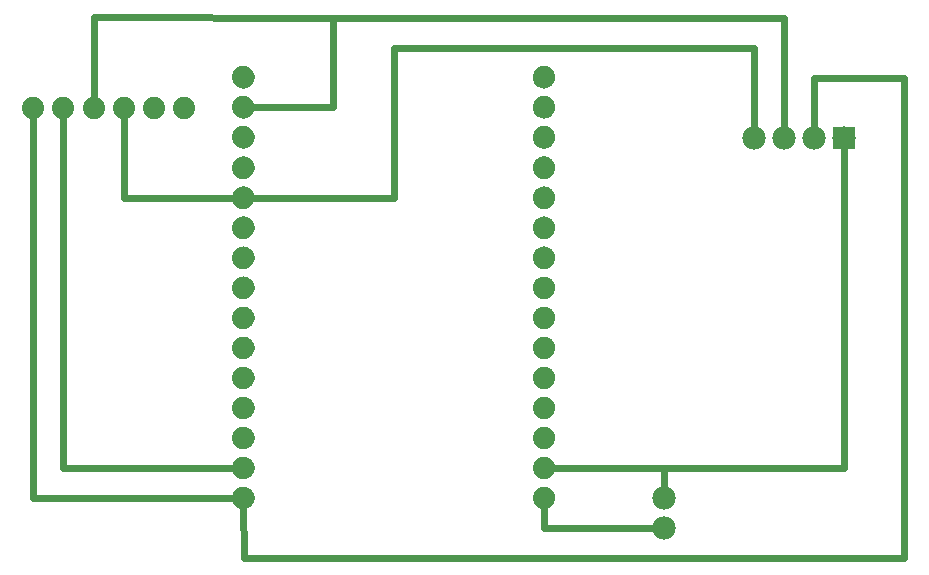
<source format=gbl>
G04 MADE WITH FRITZING*
G04 WWW.FRITZING.ORG*
G04 SINGLE SIDED*
G04 HOLES NOT PLATED*
G04 CONTOUR ON CENTER OF CONTOUR VECTOR*
%ASAXBY*%
%FSLAX23Y23*%
%MOIN*%
%OFA0B0*%
%SFA1.0B1.0*%
%ADD10C,0.074291*%
%ADD11C,0.078000*%
%ADD12C,0.074106*%
%ADD13R,0.077986X0.077944*%
%ADD14C,0.024000*%
%ADD15R,0.001000X0.001000*%
%LNCOPPER0*%
G90*
G70*
G54D10*
X107Y1576D03*
X207Y1576D03*
X308Y1576D03*
X408Y1576D03*
X509Y1576D03*
X609Y1576D03*
G54D11*
X2209Y276D03*
X2209Y176D03*
X2209Y276D03*
X2209Y176D03*
G54D12*
X807Y275D03*
X807Y375D03*
X807Y475D03*
X807Y575D03*
X807Y675D03*
X807Y776D03*
X807Y876D03*
X807Y976D03*
X807Y1076D03*
X807Y1176D03*
X807Y1276D03*
X807Y1376D03*
X807Y1477D03*
X807Y1577D03*
X807Y1677D03*
X1809Y275D03*
X1809Y375D03*
X1809Y475D03*
X1809Y575D03*
X1809Y675D03*
X1809Y776D03*
X1809Y876D03*
X1809Y976D03*
X1809Y1076D03*
X1809Y1176D03*
X1809Y1276D03*
X1809Y1376D03*
X1809Y1477D03*
X1809Y1577D03*
X1809Y1677D03*
X807Y275D03*
X807Y375D03*
X807Y475D03*
X807Y575D03*
X807Y675D03*
X807Y776D03*
X807Y876D03*
X807Y976D03*
X807Y1076D03*
X807Y1176D03*
X807Y1276D03*
X807Y1376D03*
X807Y1477D03*
X807Y1577D03*
X807Y1677D03*
X1809Y275D03*
X1809Y375D03*
X1809Y475D03*
X1809Y575D03*
X1809Y675D03*
X1809Y776D03*
X1809Y876D03*
X1809Y976D03*
X1809Y1076D03*
X1809Y1176D03*
X1809Y1276D03*
X1809Y1376D03*
X1809Y1477D03*
X1809Y1577D03*
X1809Y1677D03*
G54D11*
X2810Y1476D03*
X2710Y1476D03*
X2610Y1476D03*
X2510Y1476D03*
X2810Y1476D03*
X2710Y1476D03*
X2610Y1476D03*
X2510Y1476D03*
G54D13*
X2810Y1476D03*
X2810Y1476D03*
G54D14*
X790Y275D02*
X107Y276D01*
D02*
X107Y276D02*
X107Y1556D01*
D02*
X790Y375D02*
X207Y376D01*
D02*
X207Y376D02*
X207Y1556D01*
D02*
X790Y1276D02*
X410Y1276D01*
D02*
X410Y1276D02*
X408Y1556D01*
D02*
X1107Y1874D02*
X310Y1877D01*
D02*
X310Y1877D02*
X308Y1596D01*
D02*
X1809Y176D02*
X1809Y257D01*
D02*
X2190Y176D02*
X1809Y176D01*
D02*
X2209Y376D02*
X2209Y295D01*
D02*
X1309Y1776D02*
X1309Y1276D01*
D02*
X1309Y1276D02*
X825Y1276D01*
D02*
X2509Y1776D02*
X1309Y1776D01*
D02*
X2510Y1495D02*
X2509Y1776D01*
D02*
X2609Y1876D02*
X1107Y1874D01*
D02*
X2610Y1495D02*
X2609Y1876D01*
D02*
X2209Y376D02*
X1826Y375D01*
D02*
X2809Y376D02*
X2209Y376D01*
D02*
X2810Y1457D02*
X2809Y376D01*
D02*
X809Y76D02*
X807Y257D01*
D02*
X3009Y76D02*
X809Y76D01*
D02*
X3009Y1676D02*
X3009Y76D01*
D02*
X2709Y1676D02*
X3009Y1676D01*
D02*
X2710Y1495D02*
X2709Y1676D01*
D02*
X1107Y1874D02*
X1107Y1577D01*
D02*
X1107Y1577D02*
X825Y1577D01*
G54D15*
X801Y1713D02*
X814Y1713D01*
X1802Y1713D02*
X1816Y1713D01*
X797Y1712D02*
X818Y1712D01*
X1799Y1712D02*
X1820Y1712D01*
X795Y1711D02*
X821Y1711D01*
X1796Y1711D02*
X1822Y1711D01*
X792Y1710D02*
X823Y1710D01*
X1794Y1710D02*
X1824Y1710D01*
X790Y1709D02*
X825Y1709D01*
X1792Y1709D02*
X1827Y1709D01*
X789Y1708D02*
X827Y1708D01*
X1790Y1708D02*
X1828Y1708D01*
X787Y1707D02*
X828Y1707D01*
X1788Y1707D02*
X1830Y1707D01*
X786Y1706D02*
X830Y1706D01*
X1787Y1706D02*
X1831Y1706D01*
X784Y1705D02*
X831Y1705D01*
X1786Y1705D02*
X1833Y1705D01*
X783Y1704D02*
X832Y1704D01*
X1785Y1704D02*
X1834Y1704D01*
X782Y1703D02*
X833Y1703D01*
X1783Y1703D02*
X1835Y1703D01*
X781Y1702D02*
X834Y1702D01*
X1783Y1702D02*
X1836Y1702D01*
X780Y1701D02*
X835Y1701D01*
X1782Y1701D02*
X1837Y1701D01*
X779Y1700D02*
X836Y1700D01*
X1781Y1700D02*
X1837Y1700D01*
X779Y1699D02*
X837Y1699D01*
X1780Y1699D02*
X1838Y1699D01*
X778Y1698D02*
X837Y1698D01*
X1779Y1698D02*
X1839Y1698D01*
X777Y1697D02*
X838Y1697D01*
X1779Y1697D02*
X1839Y1697D01*
X777Y1696D02*
X839Y1696D01*
X1778Y1696D02*
X1840Y1696D01*
X776Y1695D02*
X839Y1695D01*
X1778Y1695D02*
X1841Y1695D01*
X776Y1694D02*
X803Y1694D01*
X812Y1694D02*
X840Y1694D01*
X1777Y1694D02*
X1805Y1694D01*
X1813Y1694D02*
X1841Y1694D01*
X775Y1693D02*
X800Y1693D01*
X815Y1693D02*
X840Y1693D01*
X1777Y1693D02*
X1802Y1693D01*
X1817Y1693D02*
X1842Y1693D01*
X775Y1692D02*
X798Y1692D01*
X817Y1692D02*
X841Y1692D01*
X1776Y1692D02*
X1800Y1692D01*
X1818Y1692D02*
X1842Y1692D01*
X774Y1691D02*
X797Y1691D01*
X818Y1691D02*
X841Y1691D01*
X1776Y1691D02*
X1798Y1691D01*
X1820Y1691D02*
X1843Y1691D01*
X774Y1690D02*
X796Y1690D01*
X820Y1690D02*
X842Y1690D01*
X1775Y1690D02*
X1797Y1690D01*
X1821Y1690D02*
X1843Y1690D01*
X773Y1689D02*
X795Y1689D01*
X821Y1689D02*
X842Y1689D01*
X1775Y1689D02*
X1796Y1689D01*
X1822Y1689D02*
X1843Y1689D01*
X773Y1688D02*
X794Y1688D01*
X822Y1688D02*
X842Y1688D01*
X1774Y1688D02*
X1795Y1688D01*
X1823Y1688D02*
X1844Y1688D01*
X773Y1687D02*
X793Y1687D01*
X822Y1687D02*
X843Y1687D01*
X1774Y1687D02*
X1794Y1687D01*
X1824Y1687D02*
X1844Y1687D01*
X772Y1686D02*
X792Y1686D01*
X823Y1686D02*
X843Y1686D01*
X1774Y1686D02*
X1794Y1686D01*
X1825Y1686D02*
X1844Y1686D01*
X772Y1685D02*
X792Y1685D01*
X824Y1685D02*
X843Y1685D01*
X1774Y1685D02*
X1793Y1685D01*
X1825Y1685D02*
X1845Y1685D01*
X772Y1684D02*
X791Y1684D01*
X824Y1684D02*
X843Y1684D01*
X1773Y1684D02*
X1792Y1684D01*
X1826Y1684D02*
X1845Y1684D01*
X772Y1683D02*
X791Y1683D01*
X825Y1683D02*
X844Y1683D01*
X1773Y1683D02*
X1792Y1683D01*
X1826Y1683D02*
X1845Y1683D01*
X772Y1682D02*
X790Y1682D01*
X825Y1682D02*
X844Y1682D01*
X1773Y1682D02*
X1792Y1682D01*
X1826Y1682D02*
X1845Y1682D01*
X771Y1681D02*
X790Y1681D01*
X825Y1681D02*
X844Y1681D01*
X1773Y1681D02*
X1791Y1681D01*
X1827Y1681D02*
X1845Y1681D01*
X771Y1680D02*
X790Y1680D01*
X825Y1680D02*
X844Y1680D01*
X1773Y1680D02*
X1791Y1680D01*
X1827Y1680D02*
X1845Y1680D01*
X771Y1679D02*
X790Y1679D01*
X825Y1679D02*
X844Y1679D01*
X1773Y1679D02*
X1791Y1679D01*
X1827Y1679D02*
X1846Y1679D01*
X771Y1678D02*
X790Y1678D01*
X826Y1678D02*
X844Y1678D01*
X1773Y1678D02*
X1791Y1678D01*
X1827Y1678D02*
X1846Y1678D01*
X771Y1677D02*
X790Y1677D01*
X826Y1677D02*
X844Y1677D01*
X1773Y1677D02*
X1791Y1677D01*
X1827Y1677D02*
X1846Y1677D01*
X771Y1676D02*
X790Y1676D01*
X826Y1676D02*
X844Y1676D01*
X1773Y1676D02*
X1791Y1676D01*
X1827Y1676D02*
X1846Y1676D01*
X771Y1675D02*
X790Y1675D01*
X826Y1675D02*
X844Y1675D01*
X1773Y1675D02*
X1791Y1675D01*
X1827Y1675D02*
X1846Y1675D01*
X771Y1674D02*
X790Y1674D01*
X825Y1674D02*
X844Y1674D01*
X1773Y1674D02*
X1791Y1674D01*
X1827Y1674D02*
X1845Y1674D01*
X771Y1673D02*
X790Y1673D01*
X825Y1673D02*
X844Y1673D01*
X1773Y1673D02*
X1791Y1673D01*
X1827Y1673D02*
X1845Y1673D01*
X771Y1672D02*
X790Y1672D01*
X825Y1672D02*
X844Y1672D01*
X1773Y1672D02*
X1792Y1672D01*
X1827Y1672D02*
X1845Y1672D01*
X772Y1671D02*
X791Y1671D01*
X825Y1671D02*
X844Y1671D01*
X1773Y1671D02*
X1792Y1671D01*
X1826Y1671D02*
X1845Y1671D01*
X772Y1670D02*
X791Y1670D01*
X824Y1670D02*
X843Y1670D01*
X1773Y1670D02*
X1792Y1670D01*
X1826Y1670D02*
X1845Y1670D01*
X772Y1669D02*
X791Y1669D01*
X824Y1669D02*
X843Y1669D01*
X1773Y1669D02*
X1793Y1669D01*
X1825Y1669D02*
X1845Y1669D01*
X772Y1668D02*
X792Y1668D01*
X823Y1668D02*
X843Y1668D01*
X1774Y1668D02*
X1793Y1668D01*
X1825Y1668D02*
X1844Y1668D01*
X773Y1667D02*
X793Y1667D01*
X823Y1667D02*
X843Y1667D01*
X1774Y1667D02*
X1794Y1667D01*
X1824Y1667D02*
X1844Y1667D01*
X773Y1666D02*
X793Y1666D01*
X822Y1666D02*
X842Y1666D01*
X1774Y1666D02*
X1795Y1666D01*
X1823Y1666D02*
X1844Y1666D01*
X773Y1665D02*
X794Y1665D01*
X821Y1665D02*
X842Y1665D01*
X1775Y1665D02*
X1796Y1665D01*
X1822Y1665D02*
X1844Y1665D01*
X774Y1664D02*
X795Y1664D01*
X820Y1664D02*
X842Y1664D01*
X1775Y1664D02*
X1797Y1664D01*
X1822Y1664D02*
X1843Y1664D01*
X774Y1663D02*
X796Y1663D01*
X819Y1663D02*
X841Y1663D01*
X1775Y1663D02*
X1798Y1663D01*
X1820Y1663D02*
X1843Y1663D01*
X774Y1662D02*
X798Y1662D01*
X818Y1662D02*
X841Y1662D01*
X1776Y1662D02*
X1799Y1662D01*
X1819Y1662D02*
X1842Y1662D01*
X775Y1661D02*
X799Y1661D01*
X816Y1661D02*
X840Y1661D01*
X1776Y1661D02*
X1801Y1661D01*
X1817Y1661D02*
X1842Y1661D01*
X775Y1660D02*
X802Y1660D01*
X813Y1660D02*
X840Y1660D01*
X1777Y1660D02*
X1803Y1660D01*
X1815Y1660D02*
X1841Y1660D01*
X776Y1659D02*
X839Y1659D01*
X1777Y1659D02*
X1841Y1659D01*
X776Y1658D02*
X839Y1658D01*
X1778Y1658D02*
X1840Y1658D01*
X777Y1657D02*
X838Y1657D01*
X1778Y1657D02*
X1840Y1657D01*
X778Y1656D02*
X838Y1656D01*
X1779Y1656D02*
X1839Y1656D01*
X778Y1655D02*
X837Y1655D01*
X1780Y1655D02*
X1838Y1655D01*
X779Y1654D02*
X836Y1654D01*
X1780Y1654D02*
X1838Y1654D01*
X780Y1653D02*
X835Y1653D01*
X1781Y1653D02*
X1837Y1653D01*
X781Y1652D02*
X835Y1652D01*
X1782Y1652D02*
X1836Y1652D01*
X782Y1651D02*
X834Y1651D01*
X1783Y1651D02*
X1835Y1651D01*
X783Y1650D02*
X833Y1650D01*
X1784Y1650D02*
X1834Y1650D01*
X784Y1649D02*
X832Y1649D01*
X1785Y1649D02*
X1833Y1649D01*
X785Y1648D02*
X830Y1648D01*
X1786Y1648D02*
X1832Y1648D01*
X786Y1647D02*
X829Y1647D01*
X1788Y1647D02*
X1830Y1647D01*
X788Y1646D02*
X828Y1646D01*
X1789Y1646D02*
X1829Y1646D01*
X789Y1645D02*
X826Y1645D01*
X1791Y1645D02*
X1827Y1645D01*
X791Y1644D02*
X824Y1644D01*
X1793Y1644D02*
X1825Y1644D01*
X793Y1643D02*
X822Y1643D01*
X1795Y1643D02*
X1823Y1643D01*
X796Y1642D02*
X819Y1642D01*
X1797Y1642D02*
X1821Y1642D01*
X799Y1641D02*
X816Y1641D01*
X1801Y1641D02*
X1817Y1641D01*
X804Y1640D02*
X811Y1640D01*
X1806Y1640D02*
X1812Y1640D01*
X801Y1613D02*
X814Y1613D01*
X1803Y1613D02*
X1815Y1613D01*
X798Y1612D02*
X818Y1612D01*
X1799Y1612D02*
X1819Y1612D01*
X795Y1611D02*
X820Y1611D01*
X1796Y1611D02*
X1822Y1611D01*
X792Y1610D02*
X823Y1610D01*
X1794Y1610D02*
X1824Y1610D01*
X790Y1609D02*
X825Y1609D01*
X1792Y1609D02*
X1826Y1609D01*
X789Y1608D02*
X827Y1608D01*
X1790Y1608D02*
X1828Y1608D01*
X787Y1607D02*
X828Y1607D01*
X1789Y1607D02*
X1830Y1607D01*
X786Y1606D02*
X830Y1606D01*
X1787Y1606D02*
X1831Y1606D01*
X784Y1605D02*
X831Y1605D01*
X1786Y1605D02*
X1832Y1605D01*
X783Y1604D02*
X832Y1604D01*
X1785Y1604D02*
X1834Y1604D01*
X782Y1603D02*
X833Y1603D01*
X1784Y1603D02*
X1835Y1603D01*
X781Y1602D02*
X834Y1602D01*
X1783Y1602D02*
X1836Y1602D01*
X780Y1601D02*
X835Y1601D01*
X1782Y1601D02*
X1836Y1601D01*
X779Y1600D02*
X836Y1600D01*
X1781Y1600D02*
X1837Y1600D01*
X779Y1599D02*
X837Y1599D01*
X1780Y1599D02*
X1838Y1599D01*
X778Y1598D02*
X837Y1598D01*
X1779Y1598D02*
X1839Y1598D01*
X777Y1597D02*
X838Y1597D01*
X1779Y1597D02*
X1839Y1597D01*
X777Y1596D02*
X839Y1596D01*
X1778Y1596D02*
X1840Y1596D01*
X776Y1595D02*
X839Y1595D01*
X1778Y1595D02*
X1841Y1595D01*
X776Y1594D02*
X805Y1594D01*
X811Y1594D02*
X840Y1594D01*
X1777Y1594D02*
X1806Y1594D01*
X1812Y1594D02*
X1841Y1594D01*
X775Y1593D02*
X800Y1593D01*
X815Y1593D02*
X840Y1593D01*
X1777Y1593D02*
X1802Y1593D01*
X1816Y1593D02*
X1842Y1593D01*
X775Y1592D02*
X799Y1592D01*
X817Y1592D02*
X841Y1592D01*
X1776Y1592D02*
X1800Y1592D01*
X1818Y1592D02*
X1842Y1592D01*
X774Y1591D02*
X797Y1591D01*
X818Y1591D02*
X841Y1591D01*
X1776Y1591D02*
X1798Y1591D01*
X1820Y1591D02*
X1843Y1591D01*
X774Y1590D02*
X796Y1590D01*
X819Y1590D02*
X841Y1590D01*
X1775Y1590D02*
X1797Y1590D01*
X1821Y1590D02*
X1843Y1590D01*
X773Y1589D02*
X795Y1589D01*
X821Y1589D02*
X842Y1589D01*
X1775Y1589D02*
X1796Y1589D01*
X1822Y1589D02*
X1843Y1589D01*
X773Y1588D02*
X794Y1588D01*
X821Y1588D02*
X842Y1588D01*
X1774Y1588D02*
X1795Y1588D01*
X1823Y1588D02*
X1844Y1588D01*
X773Y1587D02*
X793Y1587D01*
X822Y1587D02*
X843Y1587D01*
X1774Y1587D02*
X1794Y1587D01*
X1824Y1587D02*
X1844Y1587D01*
X772Y1586D02*
X792Y1586D01*
X823Y1586D02*
X843Y1586D01*
X1774Y1586D02*
X1794Y1586D01*
X1825Y1586D02*
X1844Y1586D01*
X772Y1585D02*
X792Y1585D01*
X824Y1585D02*
X843Y1585D01*
X1774Y1585D02*
X1793Y1585D01*
X1825Y1585D02*
X1845Y1585D01*
X772Y1584D02*
X791Y1584D01*
X824Y1584D02*
X843Y1584D01*
X1773Y1584D02*
X1793Y1584D01*
X1826Y1584D02*
X1845Y1584D01*
X772Y1583D02*
X791Y1583D01*
X825Y1583D02*
X844Y1583D01*
X1773Y1583D02*
X1792Y1583D01*
X1826Y1583D02*
X1845Y1583D01*
X772Y1582D02*
X790Y1582D01*
X825Y1582D02*
X844Y1582D01*
X1773Y1582D02*
X1792Y1582D01*
X1826Y1582D02*
X1845Y1582D01*
X771Y1581D02*
X790Y1581D01*
X825Y1581D02*
X844Y1581D01*
X1773Y1581D02*
X1792Y1581D01*
X1827Y1581D02*
X1845Y1581D01*
X771Y1580D02*
X790Y1580D01*
X825Y1580D02*
X844Y1580D01*
X1773Y1580D02*
X1791Y1580D01*
X1827Y1580D02*
X1845Y1580D01*
X771Y1579D02*
X790Y1579D01*
X825Y1579D02*
X844Y1579D01*
X1773Y1579D02*
X1791Y1579D01*
X1827Y1579D02*
X1845Y1579D01*
X771Y1578D02*
X790Y1578D01*
X826Y1578D02*
X844Y1578D01*
X1773Y1578D02*
X1791Y1578D01*
X1827Y1578D02*
X1846Y1578D01*
X771Y1577D02*
X790Y1577D01*
X826Y1577D02*
X844Y1577D01*
X1773Y1577D02*
X1791Y1577D01*
X1827Y1577D02*
X1846Y1577D01*
X771Y1576D02*
X790Y1576D01*
X826Y1576D02*
X844Y1576D01*
X1773Y1576D02*
X1791Y1576D01*
X1827Y1576D02*
X1846Y1576D01*
X771Y1575D02*
X790Y1575D01*
X826Y1575D02*
X844Y1575D01*
X1773Y1575D02*
X1791Y1575D01*
X1827Y1575D02*
X1846Y1575D01*
X771Y1574D02*
X790Y1574D01*
X825Y1574D02*
X844Y1574D01*
X1773Y1574D02*
X1791Y1574D01*
X1827Y1574D02*
X1845Y1574D01*
X771Y1573D02*
X790Y1573D01*
X825Y1573D02*
X844Y1573D01*
X1773Y1573D02*
X1791Y1573D01*
X1827Y1573D02*
X1845Y1573D01*
X771Y1572D02*
X790Y1572D01*
X825Y1572D02*
X844Y1572D01*
X1773Y1572D02*
X1792Y1572D01*
X1827Y1572D02*
X1845Y1572D01*
X772Y1571D02*
X790Y1571D01*
X825Y1571D02*
X844Y1571D01*
X1773Y1571D02*
X1792Y1571D01*
X1826Y1571D02*
X1845Y1571D01*
X772Y1570D02*
X791Y1570D01*
X825Y1570D02*
X843Y1570D01*
X1773Y1570D02*
X1792Y1570D01*
X1826Y1570D02*
X1845Y1570D01*
X772Y1569D02*
X791Y1569D01*
X824Y1569D02*
X843Y1569D01*
X1773Y1569D02*
X1793Y1569D01*
X1825Y1569D02*
X1845Y1569D01*
X772Y1568D02*
X792Y1568D01*
X823Y1568D02*
X843Y1568D01*
X1774Y1568D02*
X1793Y1568D01*
X1825Y1568D02*
X1844Y1568D01*
X773Y1567D02*
X792Y1567D01*
X823Y1567D02*
X843Y1567D01*
X1774Y1567D02*
X1794Y1567D01*
X1824Y1567D02*
X1844Y1567D01*
X773Y1566D02*
X793Y1566D01*
X822Y1566D02*
X842Y1566D01*
X1774Y1566D02*
X1795Y1566D01*
X1823Y1566D02*
X1844Y1566D01*
X773Y1565D02*
X794Y1565D01*
X821Y1565D02*
X842Y1565D01*
X1775Y1565D02*
X1796Y1565D01*
X1823Y1565D02*
X1844Y1565D01*
X774Y1564D02*
X795Y1564D01*
X820Y1564D02*
X842Y1564D01*
X1775Y1564D02*
X1797Y1564D01*
X1822Y1564D02*
X1843Y1564D01*
X774Y1563D02*
X796Y1563D01*
X819Y1563D02*
X841Y1563D01*
X1775Y1563D02*
X1798Y1563D01*
X1820Y1563D02*
X1843Y1563D01*
X774Y1562D02*
X797Y1562D01*
X818Y1562D02*
X841Y1562D01*
X1776Y1562D02*
X1799Y1562D01*
X1819Y1562D02*
X1842Y1562D01*
X775Y1561D02*
X799Y1561D01*
X816Y1561D02*
X840Y1561D01*
X1776Y1561D02*
X1801Y1561D01*
X1818Y1561D02*
X1842Y1561D01*
X775Y1560D02*
X801Y1560D01*
X814Y1560D02*
X840Y1560D01*
X1777Y1560D02*
X1803Y1560D01*
X1815Y1560D02*
X1841Y1560D01*
X776Y1559D02*
X840Y1559D01*
X1777Y1559D02*
X1841Y1559D01*
X776Y1558D02*
X839Y1558D01*
X1778Y1558D02*
X1840Y1558D01*
X777Y1557D02*
X838Y1557D01*
X1778Y1557D02*
X1840Y1557D01*
X778Y1556D02*
X838Y1556D01*
X1779Y1556D02*
X1839Y1556D01*
X778Y1555D02*
X837Y1555D01*
X1780Y1555D02*
X1838Y1555D01*
X779Y1554D02*
X836Y1554D01*
X1780Y1554D02*
X1838Y1554D01*
X780Y1553D02*
X836Y1553D01*
X1781Y1553D02*
X1837Y1553D01*
X781Y1552D02*
X835Y1552D01*
X1782Y1552D02*
X1836Y1552D01*
X781Y1551D02*
X834Y1551D01*
X1783Y1551D02*
X1835Y1551D01*
X782Y1550D02*
X833Y1550D01*
X1784Y1550D02*
X1834Y1550D01*
X784Y1549D02*
X832Y1549D01*
X1785Y1549D02*
X1833Y1549D01*
X785Y1548D02*
X830Y1548D01*
X1786Y1548D02*
X1832Y1548D01*
X786Y1547D02*
X829Y1547D01*
X1788Y1547D02*
X1831Y1547D01*
X788Y1546D02*
X828Y1546D01*
X1789Y1546D02*
X1829Y1546D01*
X789Y1545D02*
X826Y1545D01*
X1791Y1545D02*
X1827Y1545D01*
X791Y1544D02*
X824Y1544D01*
X1793Y1544D02*
X1826Y1544D01*
X793Y1543D02*
X822Y1543D01*
X1795Y1543D02*
X1824Y1543D01*
X796Y1542D02*
X820Y1542D01*
X1797Y1542D02*
X1821Y1542D01*
X799Y1541D02*
X816Y1541D01*
X1800Y1541D02*
X1818Y1541D01*
X804Y1540D02*
X812Y1540D01*
X1805Y1540D02*
X1813Y1540D01*
X802Y1513D02*
X813Y1513D01*
X1804Y1513D02*
X1815Y1513D01*
X798Y1512D02*
X817Y1512D01*
X1799Y1512D02*
X1819Y1512D01*
X795Y1511D02*
X820Y1511D01*
X1797Y1511D02*
X1822Y1511D01*
X793Y1510D02*
X823Y1510D01*
X1794Y1510D02*
X1824Y1510D01*
X791Y1509D02*
X825Y1509D01*
X1792Y1509D02*
X1826Y1509D01*
X789Y1508D02*
X826Y1508D01*
X1790Y1508D02*
X1828Y1508D01*
X787Y1507D02*
X828Y1507D01*
X1789Y1507D02*
X1829Y1507D01*
X786Y1506D02*
X829Y1506D01*
X1787Y1506D02*
X1831Y1506D01*
X784Y1505D02*
X831Y1505D01*
X1786Y1505D02*
X1832Y1505D01*
X783Y1504D02*
X832Y1504D01*
X1785Y1504D02*
X1833Y1504D01*
X782Y1503D02*
X833Y1503D01*
X1784Y1503D02*
X1834Y1503D01*
X781Y1502D02*
X834Y1502D01*
X1783Y1502D02*
X1835Y1502D01*
X780Y1501D02*
X835Y1501D01*
X1782Y1501D02*
X1836Y1501D01*
X780Y1500D02*
X836Y1500D01*
X1781Y1500D02*
X1837Y1500D01*
X779Y1499D02*
X836Y1499D01*
X1780Y1499D02*
X1838Y1499D01*
X778Y1498D02*
X837Y1498D01*
X1780Y1498D02*
X1839Y1498D01*
X777Y1497D02*
X838Y1497D01*
X1779Y1497D02*
X1839Y1497D01*
X777Y1496D02*
X838Y1496D01*
X1778Y1496D02*
X1840Y1496D01*
X776Y1495D02*
X839Y1495D01*
X1778Y1495D02*
X1841Y1495D01*
X776Y1494D02*
X806Y1494D01*
X809Y1494D02*
X840Y1494D01*
X1777Y1494D02*
X1808Y1494D01*
X1811Y1494D02*
X1841Y1494D01*
X775Y1493D02*
X801Y1493D01*
X815Y1493D02*
X840Y1493D01*
X1777Y1493D02*
X1802Y1493D01*
X1816Y1493D02*
X1842Y1493D01*
X775Y1492D02*
X799Y1492D01*
X817Y1492D02*
X841Y1492D01*
X1776Y1492D02*
X1800Y1492D01*
X1818Y1492D02*
X1842Y1492D01*
X774Y1491D02*
X797Y1491D01*
X818Y1491D02*
X841Y1491D01*
X1776Y1491D02*
X1799Y1491D01*
X1820Y1491D02*
X1842Y1491D01*
X774Y1490D02*
X796Y1490D01*
X819Y1490D02*
X841Y1490D01*
X1775Y1490D02*
X1797Y1490D01*
X1821Y1490D02*
X1843Y1490D01*
X773Y1489D02*
X795Y1489D01*
X820Y1489D02*
X842Y1489D01*
X1775Y1489D02*
X1796Y1489D01*
X1822Y1489D02*
X1843Y1489D01*
X773Y1488D02*
X794Y1488D01*
X821Y1488D02*
X842Y1488D01*
X1775Y1488D02*
X1795Y1488D01*
X1823Y1488D02*
X1844Y1488D01*
X773Y1487D02*
X793Y1487D01*
X822Y1487D02*
X843Y1487D01*
X1774Y1487D02*
X1795Y1487D01*
X1824Y1487D02*
X1844Y1487D01*
X772Y1486D02*
X792Y1486D01*
X823Y1486D02*
X843Y1486D01*
X1774Y1486D02*
X1794Y1486D01*
X1824Y1486D02*
X1844Y1486D01*
X772Y1485D02*
X792Y1485D01*
X824Y1485D02*
X843Y1485D01*
X1774Y1485D02*
X1793Y1485D01*
X1825Y1485D02*
X1844Y1485D01*
X772Y1484D02*
X791Y1484D01*
X824Y1484D02*
X843Y1484D01*
X1773Y1484D02*
X1793Y1484D01*
X1826Y1484D02*
X1845Y1484D01*
X772Y1483D02*
X791Y1483D01*
X825Y1483D02*
X844Y1483D01*
X1773Y1483D02*
X1792Y1483D01*
X1826Y1483D02*
X1845Y1483D01*
X772Y1482D02*
X790Y1482D01*
X825Y1482D02*
X844Y1482D01*
X1773Y1482D02*
X1792Y1482D01*
X1826Y1482D02*
X1845Y1482D01*
X771Y1481D02*
X790Y1481D01*
X825Y1481D02*
X844Y1481D01*
X1773Y1481D02*
X1792Y1481D01*
X1827Y1481D02*
X1845Y1481D01*
X771Y1480D02*
X790Y1480D01*
X825Y1480D02*
X844Y1480D01*
X1773Y1480D02*
X1791Y1480D01*
X1827Y1480D02*
X1845Y1480D01*
X771Y1479D02*
X790Y1479D01*
X825Y1479D02*
X844Y1479D01*
X1773Y1479D02*
X1791Y1479D01*
X1827Y1479D02*
X1845Y1479D01*
X771Y1478D02*
X790Y1478D01*
X826Y1478D02*
X844Y1478D01*
X1773Y1478D02*
X1791Y1478D01*
X1827Y1478D02*
X1846Y1478D01*
X771Y1477D02*
X790Y1477D01*
X826Y1477D02*
X844Y1477D01*
X1773Y1477D02*
X1791Y1477D01*
X1827Y1477D02*
X1846Y1477D01*
X771Y1476D02*
X790Y1476D01*
X826Y1476D02*
X844Y1476D01*
X1773Y1476D02*
X1791Y1476D01*
X1827Y1476D02*
X1846Y1476D01*
X771Y1475D02*
X790Y1475D01*
X826Y1475D02*
X844Y1475D01*
X1773Y1475D02*
X1791Y1475D01*
X1827Y1475D02*
X1846Y1475D01*
X771Y1474D02*
X790Y1474D01*
X825Y1474D02*
X844Y1474D01*
X1773Y1474D02*
X1791Y1474D01*
X1827Y1474D02*
X1845Y1474D01*
X771Y1473D02*
X790Y1473D01*
X825Y1473D02*
X844Y1473D01*
X1773Y1473D02*
X1791Y1473D01*
X1827Y1473D02*
X1845Y1473D01*
X771Y1472D02*
X790Y1472D01*
X825Y1472D02*
X844Y1472D01*
X1773Y1472D02*
X1792Y1472D01*
X1827Y1472D02*
X1845Y1472D01*
X772Y1471D02*
X790Y1471D01*
X825Y1471D02*
X844Y1471D01*
X1773Y1471D02*
X1792Y1471D01*
X1826Y1471D02*
X1845Y1471D01*
X772Y1470D02*
X791Y1470D01*
X825Y1470D02*
X843Y1470D01*
X1773Y1470D02*
X1792Y1470D01*
X1826Y1470D02*
X1845Y1470D01*
X772Y1469D02*
X791Y1469D01*
X824Y1469D02*
X843Y1469D01*
X1773Y1469D02*
X1793Y1469D01*
X1826Y1469D02*
X1845Y1469D01*
X772Y1468D02*
X792Y1468D01*
X824Y1468D02*
X843Y1468D01*
X1774Y1468D02*
X1793Y1468D01*
X1825Y1468D02*
X1844Y1468D01*
X773Y1467D02*
X792Y1467D01*
X823Y1467D02*
X843Y1467D01*
X1774Y1467D02*
X1794Y1467D01*
X1824Y1467D02*
X1844Y1467D01*
X773Y1466D02*
X793Y1466D01*
X822Y1466D02*
X842Y1466D01*
X1774Y1466D02*
X1795Y1466D01*
X1824Y1466D02*
X1844Y1466D01*
X773Y1465D02*
X794Y1465D01*
X821Y1465D02*
X842Y1465D01*
X1775Y1465D02*
X1795Y1465D01*
X1823Y1465D02*
X1844Y1465D01*
X774Y1464D02*
X795Y1464D01*
X820Y1464D02*
X842Y1464D01*
X1775Y1464D02*
X1796Y1464D01*
X1822Y1464D02*
X1843Y1464D01*
X774Y1463D02*
X796Y1463D01*
X819Y1463D02*
X841Y1463D01*
X1775Y1463D02*
X1798Y1463D01*
X1821Y1463D02*
X1843Y1463D01*
X774Y1462D02*
X797Y1462D01*
X818Y1462D02*
X841Y1462D01*
X1776Y1462D02*
X1799Y1462D01*
X1819Y1462D02*
X1842Y1462D01*
X775Y1461D02*
X799Y1461D01*
X816Y1461D02*
X841Y1461D01*
X1776Y1461D02*
X1800Y1461D01*
X1818Y1461D02*
X1842Y1461D01*
X775Y1460D02*
X801Y1460D01*
X814Y1460D02*
X840Y1460D01*
X1777Y1460D02*
X1802Y1460D01*
X1816Y1460D02*
X1841Y1460D01*
X776Y1459D02*
X840Y1459D01*
X1777Y1459D02*
X1841Y1459D01*
X776Y1458D02*
X839Y1458D01*
X1778Y1458D02*
X1840Y1458D01*
X777Y1457D02*
X838Y1457D01*
X1778Y1457D02*
X1840Y1457D01*
X777Y1456D02*
X838Y1456D01*
X1779Y1456D02*
X1839Y1456D01*
X778Y1455D02*
X837Y1455D01*
X1780Y1455D02*
X1839Y1455D01*
X779Y1454D02*
X836Y1454D01*
X1780Y1454D02*
X1838Y1454D01*
X780Y1453D02*
X836Y1453D01*
X1781Y1453D02*
X1837Y1453D01*
X780Y1452D02*
X835Y1452D01*
X1782Y1452D02*
X1836Y1452D01*
X781Y1451D02*
X834Y1451D01*
X1783Y1451D02*
X1835Y1451D01*
X782Y1450D02*
X833Y1450D01*
X1784Y1450D02*
X1834Y1450D01*
X783Y1449D02*
X832Y1449D01*
X1785Y1449D02*
X1833Y1449D01*
X785Y1448D02*
X831Y1448D01*
X1786Y1448D02*
X1832Y1448D01*
X786Y1447D02*
X829Y1447D01*
X1787Y1447D02*
X1831Y1447D01*
X787Y1446D02*
X828Y1446D01*
X1789Y1446D02*
X1829Y1446D01*
X789Y1445D02*
X826Y1445D01*
X1791Y1445D02*
X1828Y1445D01*
X791Y1444D02*
X824Y1444D01*
X1792Y1444D02*
X1826Y1444D01*
X793Y1443D02*
X822Y1443D01*
X1794Y1443D02*
X1824Y1443D01*
X795Y1442D02*
X820Y1442D01*
X1797Y1442D02*
X1821Y1442D01*
X798Y1441D02*
X817Y1441D01*
X1800Y1441D02*
X1818Y1441D01*
X803Y1440D02*
X812Y1440D01*
X1804Y1440D02*
X1814Y1440D01*
X803Y1413D02*
X812Y1413D01*
X1804Y1413D02*
X1814Y1413D01*
X798Y1412D02*
X817Y1412D01*
X1800Y1412D02*
X1818Y1412D01*
X795Y1411D02*
X820Y1411D01*
X1797Y1411D02*
X1821Y1411D01*
X793Y1410D02*
X822Y1410D01*
X1794Y1410D02*
X1824Y1410D01*
X791Y1409D02*
X824Y1409D01*
X1792Y1409D02*
X1826Y1409D01*
X789Y1408D02*
X826Y1408D01*
X1791Y1408D02*
X1828Y1408D01*
X787Y1407D02*
X828Y1407D01*
X1789Y1407D02*
X1829Y1407D01*
X786Y1406D02*
X829Y1406D01*
X1787Y1406D02*
X1831Y1406D01*
X785Y1405D02*
X831Y1405D01*
X1786Y1405D02*
X1832Y1405D01*
X783Y1404D02*
X832Y1404D01*
X1785Y1404D02*
X1833Y1404D01*
X782Y1403D02*
X833Y1403D01*
X1784Y1403D02*
X1834Y1403D01*
X781Y1402D02*
X834Y1402D01*
X1783Y1402D02*
X1835Y1402D01*
X780Y1401D02*
X835Y1401D01*
X1782Y1401D02*
X1836Y1401D01*
X780Y1400D02*
X836Y1400D01*
X1781Y1400D02*
X1837Y1400D01*
X779Y1399D02*
X836Y1399D01*
X1780Y1399D02*
X1838Y1399D01*
X778Y1398D02*
X837Y1398D01*
X1780Y1398D02*
X1839Y1398D01*
X777Y1397D02*
X838Y1397D01*
X1779Y1397D02*
X1839Y1397D01*
X777Y1396D02*
X838Y1396D01*
X1778Y1396D02*
X1840Y1396D01*
X776Y1395D02*
X839Y1395D01*
X1778Y1395D02*
X1840Y1395D01*
X776Y1394D02*
X840Y1394D01*
X1777Y1394D02*
X1841Y1394D01*
X775Y1393D02*
X801Y1393D01*
X814Y1393D02*
X840Y1393D01*
X1777Y1393D02*
X1802Y1393D01*
X1816Y1393D02*
X1841Y1393D01*
X775Y1392D02*
X799Y1392D01*
X816Y1392D02*
X841Y1392D01*
X1776Y1392D02*
X1800Y1392D01*
X1818Y1392D02*
X1842Y1392D01*
X774Y1391D02*
X797Y1391D01*
X818Y1391D02*
X841Y1391D01*
X1776Y1391D02*
X1799Y1391D01*
X1819Y1391D02*
X1842Y1391D01*
X774Y1390D02*
X796Y1390D01*
X819Y1390D02*
X841Y1390D01*
X1775Y1390D02*
X1798Y1390D01*
X1821Y1390D02*
X1843Y1390D01*
X773Y1389D02*
X795Y1389D01*
X820Y1389D02*
X842Y1389D01*
X1775Y1389D02*
X1796Y1389D01*
X1822Y1389D02*
X1843Y1389D01*
X773Y1388D02*
X794Y1388D01*
X821Y1388D02*
X842Y1388D01*
X1775Y1388D02*
X1795Y1388D01*
X1823Y1388D02*
X1844Y1388D01*
X773Y1387D02*
X793Y1387D01*
X822Y1387D02*
X842Y1387D01*
X1774Y1387D02*
X1795Y1387D01*
X1824Y1387D02*
X1844Y1387D01*
X773Y1386D02*
X792Y1386D01*
X823Y1386D02*
X843Y1386D01*
X1774Y1386D02*
X1794Y1386D01*
X1824Y1386D02*
X1844Y1386D01*
X772Y1385D02*
X792Y1385D01*
X824Y1385D02*
X843Y1385D01*
X1774Y1385D02*
X1793Y1385D01*
X1825Y1385D02*
X1844Y1385D01*
X772Y1384D02*
X791Y1384D01*
X824Y1384D02*
X843Y1384D01*
X1773Y1384D02*
X1793Y1384D01*
X1826Y1384D02*
X1845Y1384D01*
X772Y1383D02*
X791Y1383D01*
X825Y1383D02*
X843Y1383D01*
X1773Y1383D02*
X1792Y1383D01*
X1826Y1383D02*
X1845Y1383D01*
X772Y1382D02*
X790Y1382D01*
X825Y1382D02*
X844Y1382D01*
X1773Y1382D02*
X1792Y1382D01*
X1826Y1382D02*
X1845Y1382D01*
X771Y1381D02*
X790Y1381D01*
X825Y1381D02*
X844Y1381D01*
X1773Y1381D02*
X1792Y1381D01*
X1827Y1381D02*
X1845Y1381D01*
X771Y1380D02*
X790Y1380D01*
X825Y1380D02*
X844Y1380D01*
X1773Y1380D02*
X1791Y1380D01*
X1827Y1380D02*
X1845Y1380D01*
X771Y1379D02*
X790Y1379D01*
X825Y1379D02*
X844Y1379D01*
X1773Y1379D02*
X1791Y1379D01*
X1827Y1379D02*
X1845Y1379D01*
X771Y1378D02*
X790Y1378D01*
X826Y1378D02*
X844Y1378D01*
X1773Y1378D02*
X1791Y1378D01*
X1827Y1378D02*
X1846Y1378D01*
X771Y1377D02*
X790Y1377D01*
X826Y1377D02*
X844Y1377D01*
X1773Y1377D02*
X1791Y1377D01*
X1827Y1377D02*
X1846Y1377D01*
X771Y1376D02*
X790Y1376D01*
X826Y1376D02*
X844Y1376D01*
X1773Y1376D02*
X1791Y1376D01*
X1827Y1376D02*
X1846Y1376D01*
X771Y1375D02*
X790Y1375D01*
X826Y1375D02*
X844Y1375D01*
X1773Y1375D02*
X1791Y1375D01*
X1827Y1375D02*
X1846Y1375D01*
X771Y1374D02*
X790Y1374D01*
X825Y1374D02*
X844Y1374D01*
X1773Y1374D02*
X1791Y1374D01*
X1827Y1374D02*
X1845Y1374D01*
X771Y1373D02*
X790Y1373D01*
X825Y1373D02*
X844Y1373D01*
X1773Y1373D02*
X1791Y1373D01*
X1827Y1373D02*
X1845Y1373D01*
X771Y1372D02*
X790Y1372D01*
X825Y1372D02*
X844Y1372D01*
X1773Y1372D02*
X1792Y1372D01*
X1827Y1372D02*
X1845Y1372D01*
X772Y1371D02*
X790Y1371D01*
X825Y1371D02*
X844Y1371D01*
X1773Y1371D02*
X1792Y1371D01*
X1826Y1371D02*
X1845Y1371D01*
X772Y1370D02*
X791Y1370D01*
X825Y1370D02*
X844Y1370D01*
X1773Y1370D02*
X1792Y1370D01*
X1826Y1370D02*
X1845Y1370D01*
X772Y1369D02*
X791Y1369D01*
X824Y1369D02*
X843Y1369D01*
X1773Y1369D02*
X1793Y1369D01*
X1826Y1369D02*
X1845Y1369D01*
X772Y1368D02*
X792Y1368D01*
X824Y1368D02*
X843Y1368D01*
X1774Y1368D02*
X1793Y1368D01*
X1825Y1368D02*
X1844Y1368D01*
X772Y1367D02*
X792Y1367D01*
X823Y1367D02*
X843Y1367D01*
X1774Y1367D02*
X1794Y1367D01*
X1824Y1367D02*
X1844Y1367D01*
X773Y1366D02*
X793Y1366D01*
X822Y1366D02*
X843Y1366D01*
X1774Y1366D02*
X1795Y1366D01*
X1824Y1366D02*
X1844Y1366D01*
X773Y1365D02*
X794Y1365D01*
X821Y1365D02*
X842Y1365D01*
X1775Y1365D02*
X1795Y1365D01*
X1823Y1365D02*
X1844Y1365D01*
X773Y1364D02*
X795Y1364D01*
X820Y1364D02*
X842Y1364D01*
X1775Y1364D02*
X1796Y1364D01*
X1822Y1364D02*
X1843Y1364D01*
X774Y1363D02*
X796Y1363D01*
X819Y1363D02*
X841Y1363D01*
X1775Y1363D02*
X1797Y1363D01*
X1821Y1363D02*
X1843Y1363D01*
X774Y1362D02*
X797Y1362D01*
X818Y1362D02*
X841Y1362D01*
X1776Y1362D02*
X1799Y1362D01*
X1820Y1362D02*
X1842Y1362D01*
X775Y1361D02*
X799Y1361D01*
X817Y1361D02*
X841Y1361D01*
X1776Y1361D02*
X1800Y1361D01*
X1818Y1361D02*
X1842Y1361D01*
X775Y1360D02*
X801Y1360D01*
X815Y1360D02*
X840Y1360D01*
X1777Y1360D02*
X1802Y1360D01*
X1816Y1360D02*
X1842Y1360D01*
X776Y1359D02*
X806Y1359D01*
X809Y1359D02*
X840Y1359D01*
X1777Y1359D02*
X1808Y1359D01*
X1811Y1359D02*
X1841Y1359D01*
X776Y1358D02*
X839Y1358D01*
X1778Y1358D02*
X1841Y1358D01*
X777Y1357D02*
X838Y1357D01*
X1778Y1357D02*
X1840Y1357D01*
X777Y1356D02*
X838Y1356D01*
X1779Y1356D02*
X1839Y1356D01*
X778Y1355D02*
X837Y1355D01*
X1780Y1355D02*
X1839Y1355D01*
X779Y1354D02*
X836Y1354D01*
X1780Y1354D02*
X1838Y1354D01*
X780Y1353D02*
X836Y1353D01*
X1781Y1353D02*
X1837Y1353D01*
X780Y1352D02*
X835Y1352D01*
X1782Y1352D02*
X1836Y1352D01*
X781Y1351D02*
X834Y1351D01*
X1783Y1351D02*
X1835Y1351D01*
X782Y1350D02*
X833Y1350D01*
X1784Y1350D02*
X1834Y1350D01*
X783Y1349D02*
X832Y1349D01*
X1785Y1349D02*
X1833Y1349D01*
X784Y1348D02*
X831Y1348D01*
X1786Y1348D02*
X1832Y1348D01*
X786Y1347D02*
X829Y1347D01*
X1787Y1347D02*
X1831Y1347D01*
X787Y1346D02*
X828Y1346D01*
X1789Y1346D02*
X1829Y1346D01*
X789Y1345D02*
X826Y1345D01*
X1790Y1345D02*
X1828Y1345D01*
X791Y1344D02*
X825Y1344D01*
X1792Y1344D02*
X1826Y1344D01*
X793Y1343D02*
X823Y1343D01*
X1794Y1343D02*
X1824Y1343D01*
X795Y1342D02*
X820Y1342D01*
X1797Y1342D02*
X1822Y1342D01*
X798Y1341D02*
X817Y1341D01*
X1799Y1341D02*
X1819Y1341D01*
X802Y1340D02*
X813Y1340D01*
X1804Y1340D02*
X1814Y1340D01*
X803Y1313D02*
X812Y1313D01*
X1805Y1313D02*
X1813Y1313D01*
X799Y1312D02*
X816Y1312D01*
X1800Y1312D02*
X1818Y1312D01*
X796Y1311D02*
X820Y1311D01*
X1797Y1311D02*
X1821Y1311D01*
X793Y1310D02*
X822Y1310D01*
X1795Y1310D02*
X1824Y1310D01*
X791Y1309D02*
X824Y1309D01*
X1793Y1309D02*
X1826Y1309D01*
X789Y1308D02*
X826Y1308D01*
X1791Y1308D02*
X1827Y1308D01*
X788Y1307D02*
X828Y1307D01*
X1789Y1307D02*
X1829Y1307D01*
X786Y1306D02*
X829Y1306D01*
X1788Y1306D02*
X1831Y1306D01*
X785Y1305D02*
X831Y1305D01*
X1786Y1305D02*
X1832Y1305D01*
X784Y1304D02*
X832Y1304D01*
X1785Y1304D02*
X1833Y1304D01*
X782Y1303D02*
X833Y1303D01*
X1784Y1303D02*
X1834Y1303D01*
X781Y1302D02*
X834Y1302D01*
X1783Y1302D02*
X1835Y1302D01*
X781Y1301D02*
X835Y1301D01*
X1782Y1301D02*
X1836Y1301D01*
X780Y1300D02*
X836Y1300D01*
X1781Y1300D02*
X1837Y1300D01*
X779Y1299D02*
X836Y1299D01*
X1780Y1299D02*
X1838Y1299D01*
X778Y1298D02*
X837Y1298D01*
X1780Y1298D02*
X1838Y1298D01*
X778Y1297D02*
X838Y1297D01*
X1779Y1297D02*
X1839Y1297D01*
X777Y1296D02*
X838Y1296D01*
X1778Y1296D02*
X1840Y1296D01*
X776Y1295D02*
X839Y1295D01*
X1778Y1295D02*
X1840Y1295D01*
X776Y1294D02*
X840Y1294D01*
X1777Y1294D02*
X1841Y1294D01*
X775Y1293D02*
X801Y1293D01*
X814Y1293D02*
X840Y1293D01*
X1777Y1293D02*
X1803Y1293D01*
X1815Y1293D02*
X1841Y1293D01*
X775Y1292D02*
X799Y1292D01*
X816Y1292D02*
X840Y1292D01*
X1776Y1292D02*
X1801Y1292D01*
X1818Y1292D02*
X1842Y1292D01*
X774Y1291D02*
X797Y1291D01*
X818Y1291D02*
X841Y1291D01*
X1776Y1291D02*
X1799Y1291D01*
X1819Y1291D02*
X1842Y1291D01*
X774Y1290D02*
X796Y1290D01*
X819Y1290D02*
X841Y1290D01*
X1775Y1290D02*
X1798Y1290D01*
X1820Y1290D02*
X1843Y1290D01*
X774Y1289D02*
X795Y1289D01*
X820Y1289D02*
X842Y1289D01*
X1775Y1289D02*
X1797Y1289D01*
X1822Y1289D02*
X1843Y1289D01*
X773Y1288D02*
X794Y1288D01*
X821Y1288D02*
X842Y1288D01*
X1775Y1288D02*
X1796Y1288D01*
X1823Y1288D02*
X1844Y1288D01*
X773Y1287D02*
X793Y1287D01*
X822Y1287D02*
X842Y1287D01*
X1774Y1287D02*
X1795Y1287D01*
X1823Y1287D02*
X1844Y1287D01*
X773Y1286D02*
X792Y1286D01*
X823Y1286D02*
X843Y1286D01*
X1774Y1286D02*
X1794Y1286D01*
X1824Y1286D02*
X1844Y1286D01*
X772Y1285D02*
X792Y1285D01*
X823Y1285D02*
X843Y1285D01*
X1774Y1285D02*
X1793Y1285D01*
X1825Y1285D02*
X1844Y1285D01*
X772Y1284D02*
X791Y1284D01*
X824Y1284D02*
X843Y1284D01*
X1773Y1284D02*
X1793Y1284D01*
X1825Y1284D02*
X1845Y1284D01*
X772Y1283D02*
X791Y1283D01*
X825Y1283D02*
X843Y1283D01*
X1773Y1283D02*
X1792Y1283D01*
X1826Y1283D02*
X1845Y1283D01*
X772Y1282D02*
X790Y1282D01*
X825Y1282D02*
X844Y1282D01*
X1773Y1282D02*
X1792Y1282D01*
X1826Y1282D02*
X1845Y1282D01*
X771Y1281D02*
X790Y1281D01*
X825Y1281D02*
X844Y1281D01*
X1773Y1281D02*
X1792Y1281D01*
X1827Y1281D02*
X1845Y1281D01*
X771Y1280D02*
X790Y1280D01*
X825Y1280D02*
X844Y1280D01*
X1773Y1280D02*
X1791Y1280D01*
X1827Y1280D02*
X1845Y1280D01*
X771Y1279D02*
X790Y1279D01*
X825Y1279D02*
X844Y1279D01*
X1773Y1279D02*
X1791Y1279D01*
X1827Y1279D02*
X1845Y1279D01*
X771Y1278D02*
X790Y1278D01*
X826Y1278D02*
X844Y1278D01*
X1773Y1278D02*
X1791Y1278D01*
X1827Y1278D02*
X1846Y1278D01*
X771Y1277D02*
X790Y1277D01*
X826Y1277D02*
X844Y1277D01*
X1773Y1277D02*
X1791Y1277D01*
X1827Y1277D02*
X1846Y1277D01*
X771Y1276D02*
X790Y1276D01*
X826Y1276D02*
X844Y1276D01*
X1773Y1276D02*
X1791Y1276D01*
X1827Y1276D02*
X1846Y1276D01*
X771Y1275D02*
X790Y1275D01*
X826Y1275D02*
X844Y1275D01*
X1773Y1275D02*
X1791Y1275D01*
X1827Y1275D02*
X1846Y1275D01*
X771Y1274D02*
X790Y1274D01*
X825Y1274D02*
X844Y1274D01*
X1773Y1274D02*
X1791Y1274D01*
X1827Y1274D02*
X1845Y1274D01*
X771Y1273D02*
X790Y1273D01*
X825Y1273D02*
X844Y1273D01*
X1773Y1273D02*
X1791Y1273D01*
X1827Y1273D02*
X1845Y1273D01*
X771Y1272D02*
X790Y1272D01*
X825Y1272D02*
X844Y1272D01*
X1773Y1272D02*
X1792Y1272D01*
X1827Y1272D02*
X1845Y1272D01*
X772Y1271D02*
X790Y1271D01*
X825Y1271D02*
X844Y1271D01*
X1773Y1271D02*
X1792Y1271D01*
X1826Y1271D02*
X1845Y1271D01*
X772Y1270D02*
X791Y1270D01*
X825Y1270D02*
X844Y1270D01*
X1773Y1270D02*
X1792Y1270D01*
X1826Y1270D02*
X1845Y1270D01*
X772Y1269D02*
X791Y1269D01*
X824Y1269D02*
X843Y1269D01*
X1773Y1269D02*
X1793Y1269D01*
X1826Y1269D02*
X1845Y1269D01*
X772Y1268D02*
X792Y1268D01*
X824Y1268D02*
X843Y1268D01*
X1774Y1268D02*
X1793Y1268D01*
X1825Y1268D02*
X1845Y1268D01*
X772Y1267D02*
X792Y1267D01*
X823Y1267D02*
X843Y1267D01*
X1774Y1267D02*
X1794Y1267D01*
X1824Y1267D02*
X1844Y1267D01*
X773Y1266D02*
X793Y1266D01*
X822Y1266D02*
X843Y1266D01*
X1774Y1266D02*
X1794Y1266D01*
X1824Y1266D02*
X1844Y1266D01*
X773Y1265D02*
X794Y1265D01*
X821Y1265D02*
X842Y1265D01*
X1775Y1265D02*
X1795Y1265D01*
X1823Y1265D02*
X1844Y1265D01*
X773Y1264D02*
X795Y1264D01*
X821Y1264D02*
X842Y1264D01*
X1775Y1264D02*
X1796Y1264D01*
X1822Y1264D02*
X1843Y1264D01*
X774Y1263D02*
X796Y1263D01*
X819Y1263D02*
X841Y1263D01*
X1775Y1263D02*
X1797Y1263D01*
X1821Y1263D02*
X1843Y1263D01*
X774Y1262D02*
X797Y1262D01*
X818Y1262D02*
X841Y1262D01*
X1776Y1262D02*
X1798Y1262D01*
X1820Y1262D02*
X1843Y1262D01*
X775Y1261D02*
X799Y1261D01*
X817Y1261D02*
X841Y1261D01*
X1776Y1261D02*
X1800Y1261D01*
X1818Y1261D02*
X1842Y1261D01*
X775Y1260D02*
X800Y1260D01*
X815Y1260D02*
X840Y1260D01*
X1777Y1260D02*
X1802Y1260D01*
X1816Y1260D02*
X1842Y1260D01*
X776Y1259D02*
X805Y1259D01*
X810Y1259D02*
X840Y1259D01*
X1777Y1259D02*
X1806Y1259D01*
X1812Y1259D02*
X1841Y1259D01*
X776Y1258D02*
X839Y1258D01*
X1778Y1258D02*
X1841Y1258D01*
X777Y1257D02*
X839Y1257D01*
X1778Y1257D02*
X1840Y1257D01*
X777Y1256D02*
X838Y1256D01*
X1779Y1256D02*
X1839Y1256D01*
X778Y1255D02*
X837Y1255D01*
X1779Y1255D02*
X1839Y1255D01*
X779Y1254D02*
X837Y1254D01*
X1780Y1254D02*
X1838Y1254D01*
X779Y1253D02*
X836Y1253D01*
X1781Y1253D02*
X1837Y1253D01*
X780Y1252D02*
X835Y1252D01*
X1782Y1252D02*
X1836Y1252D01*
X781Y1251D02*
X834Y1251D01*
X1783Y1251D02*
X1836Y1251D01*
X782Y1250D02*
X833Y1250D01*
X1784Y1250D02*
X1835Y1250D01*
X783Y1249D02*
X832Y1249D01*
X1785Y1249D02*
X1833Y1249D01*
X784Y1248D02*
X831Y1248D01*
X1786Y1248D02*
X1832Y1248D01*
X786Y1247D02*
X830Y1247D01*
X1787Y1247D02*
X1831Y1247D01*
X787Y1246D02*
X828Y1246D01*
X1789Y1246D02*
X1830Y1246D01*
X789Y1245D02*
X827Y1245D01*
X1790Y1245D02*
X1828Y1245D01*
X790Y1244D02*
X825Y1244D01*
X1792Y1244D02*
X1826Y1244D01*
X792Y1243D02*
X823Y1243D01*
X1794Y1243D02*
X1824Y1243D01*
X795Y1242D02*
X820Y1242D01*
X1796Y1242D02*
X1822Y1242D01*
X798Y1241D02*
X818Y1241D01*
X1799Y1241D02*
X1819Y1241D01*
X802Y1240D02*
X814Y1240D01*
X1803Y1240D02*
X1815Y1240D01*
X804Y1213D02*
X811Y1213D01*
X1806Y1213D02*
X1812Y1213D01*
X799Y1212D02*
X816Y1212D01*
X1801Y1212D02*
X1817Y1212D01*
X796Y1211D02*
X819Y1211D01*
X1797Y1211D02*
X1821Y1211D01*
X793Y1210D02*
X822Y1210D01*
X1795Y1210D02*
X1823Y1210D01*
X791Y1209D02*
X824Y1209D01*
X1793Y1209D02*
X1825Y1209D01*
X789Y1208D02*
X826Y1208D01*
X1791Y1208D02*
X1827Y1208D01*
X788Y1207D02*
X828Y1207D01*
X1789Y1207D02*
X1829Y1207D01*
X786Y1206D02*
X829Y1206D01*
X1788Y1206D02*
X1830Y1206D01*
X785Y1205D02*
X830Y1205D01*
X1786Y1205D02*
X1832Y1205D01*
X784Y1204D02*
X832Y1204D01*
X1785Y1204D02*
X1833Y1204D01*
X783Y1203D02*
X833Y1203D01*
X1784Y1203D02*
X1834Y1203D01*
X782Y1202D02*
X834Y1202D01*
X1783Y1202D02*
X1835Y1202D01*
X781Y1201D02*
X835Y1201D01*
X1782Y1201D02*
X1836Y1201D01*
X780Y1200D02*
X835Y1200D01*
X1781Y1200D02*
X1837Y1200D01*
X779Y1199D02*
X836Y1199D01*
X1780Y1199D02*
X1838Y1199D01*
X778Y1198D02*
X837Y1198D01*
X1780Y1198D02*
X1838Y1198D01*
X778Y1197D02*
X838Y1197D01*
X1779Y1197D02*
X1839Y1197D01*
X777Y1196D02*
X838Y1196D01*
X1778Y1196D02*
X1840Y1196D01*
X776Y1195D02*
X839Y1195D01*
X1778Y1195D02*
X1840Y1195D01*
X776Y1194D02*
X839Y1194D01*
X1777Y1194D02*
X1841Y1194D01*
X775Y1193D02*
X802Y1193D01*
X813Y1193D02*
X840Y1193D01*
X1777Y1193D02*
X1803Y1193D01*
X1815Y1193D02*
X1841Y1193D01*
X775Y1192D02*
X799Y1192D01*
X816Y1192D02*
X840Y1192D01*
X1776Y1192D02*
X1801Y1192D01*
X1817Y1192D02*
X1842Y1192D01*
X774Y1191D02*
X798Y1191D01*
X818Y1191D02*
X841Y1191D01*
X1776Y1191D02*
X1799Y1191D01*
X1819Y1191D02*
X1842Y1191D01*
X774Y1190D02*
X796Y1190D01*
X819Y1190D02*
X841Y1190D01*
X1775Y1190D02*
X1798Y1190D01*
X1820Y1190D02*
X1843Y1190D01*
X774Y1189D02*
X795Y1189D01*
X820Y1189D02*
X842Y1189D01*
X1775Y1189D02*
X1797Y1189D01*
X1822Y1189D02*
X1843Y1189D01*
X773Y1188D02*
X794Y1188D01*
X821Y1188D02*
X842Y1188D01*
X1775Y1188D02*
X1796Y1188D01*
X1822Y1188D02*
X1844Y1188D01*
X773Y1187D02*
X793Y1187D01*
X822Y1187D02*
X842Y1187D01*
X1774Y1187D02*
X1795Y1187D01*
X1823Y1187D02*
X1844Y1187D01*
X773Y1186D02*
X793Y1186D01*
X823Y1186D02*
X843Y1186D01*
X1774Y1186D02*
X1794Y1186D01*
X1824Y1186D02*
X1844Y1186D01*
X772Y1185D02*
X792Y1185D01*
X823Y1185D02*
X843Y1185D01*
X1774Y1185D02*
X1793Y1185D01*
X1825Y1185D02*
X1844Y1185D01*
X772Y1184D02*
X791Y1184D01*
X824Y1184D02*
X843Y1184D01*
X1773Y1184D02*
X1793Y1184D01*
X1825Y1184D02*
X1845Y1184D01*
X772Y1183D02*
X791Y1183D01*
X824Y1183D02*
X843Y1183D01*
X1773Y1183D02*
X1792Y1183D01*
X1826Y1183D02*
X1845Y1183D01*
X772Y1182D02*
X790Y1182D01*
X825Y1182D02*
X844Y1182D01*
X1773Y1182D02*
X1792Y1182D01*
X1826Y1182D02*
X1845Y1182D01*
X771Y1181D02*
X790Y1181D01*
X825Y1181D02*
X844Y1181D01*
X1773Y1181D02*
X1792Y1181D01*
X1827Y1181D02*
X1845Y1181D01*
X771Y1180D02*
X790Y1180D01*
X825Y1180D02*
X844Y1180D01*
X1773Y1180D02*
X1791Y1180D01*
X1827Y1180D02*
X1845Y1180D01*
X771Y1179D02*
X790Y1179D01*
X825Y1179D02*
X844Y1179D01*
X1773Y1179D02*
X1791Y1179D01*
X1827Y1179D02*
X1845Y1179D01*
X771Y1178D02*
X790Y1178D01*
X826Y1178D02*
X844Y1178D01*
X1773Y1178D02*
X1791Y1178D01*
X1827Y1178D02*
X1846Y1178D01*
X771Y1177D02*
X790Y1177D01*
X826Y1177D02*
X844Y1177D01*
X1773Y1177D02*
X1791Y1177D01*
X1827Y1177D02*
X1846Y1177D01*
X771Y1176D02*
X790Y1176D01*
X826Y1176D02*
X844Y1176D01*
X1773Y1176D02*
X1791Y1176D01*
X1827Y1176D02*
X1846Y1176D01*
X771Y1175D02*
X790Y1175D01*
X826Y1175D02*
X844Y1175D01*
X1773Y1175D02*
X1791Y1175D01*
X1827Y1175D02*
X1846Y1175D01*
X771Y1174D02*
X790Y1174D01*
X825Y1174D02*
X844Y1174D01*
X1773Y1174D02*
X1791Y1174D01*
X1827Y1174D02*
X1846Y1174D01*
X771Y1173D02*
X790Y1173D01*
X825Y1173D02*
X844Y1173D01*
X1773Y1173D02*
X1791Y1173D01*
X1827Y1173D02*
X1845Y1173D01*
X771Y1172D02*
X790Y1172D01*
X825Y1172D02*
X844Y1172D01*
X1773Y1172D02*
X1791Y1172D01*
X1827Y1172D02*
X1845Y1172D01*
X772Y1171D02*
X790Y1171D01*
X825Y1171D02*
X844Y1171D01*
X1773Y1171D02*
X1792Y1171D01*
X1826Y1171D02*
X1845Y1171D01*
X772Y1170D02*
X791Y1170D01*
X825Y1170D02*
X844Y1170D01*
X1773Y1170D02*
X1792Y1170D01*
X1826Y1170D02*
X1845Y1170D01*
X772Y1169D02*
X791Y1169D01*
X824Y1169D02*
X843Y1169D01*
X1773Y1169D02*
X1792Y1169D01*
X1826Y1169D02*
X1845Y1169D01*
X772Y1168D02*
X792Y1168D01*
X824Y1168D02*
X843Y1168D01*
X1774Y1168D02*
X1793Y1168D01*
X1825Y1168D02*
X1845Y1168D01*
X772Y1167D02*
X792Y1167D01*
X823Y1167D02*
X843Y1167D01*
X1774Y1167D02*
X1794Y1167D01*
X1825Y1167D02*
X1844Y1167D01*
X773Y1166D02*
X793Y1166D01*
X822Y1166D02*
X843Y1166D01*
X1774Y1166D02*
X1794Y1166D01*
X1824Y1166D02*
X1844Y1166D01*
X773Y1165D02*
X794Y1165D01*
X822Y1165D02*
X842Y1165D01*
X1774Y1165D02*
X1795Y1165D01*
X1823Y1165D02*
X1844Y1165D01*
X773Y1164D02*
X795Y1164D01*
X821Y1164D02*
X842Y1164D01*
X1775Y1164D02*
X1796Y1164D01*
X1822Y1164D02*
X1843Y1164D01*
X774Y1163D02*
X796Y1163D01*
X820Y1163D02*
X842Y1163D01*
X1775Y1163D02*
X1797Y1163D01*
X1821Y1163D02*
X1843Y1163D01*
X774Y1162D02*
X797Y1162D01*
X818Y1162D02*
X841Y1162D01*
X1776Y1162D02*
X1798Y1162D01*
X1820Y1162D02*
X1843Y1162D01*
X775Y1161D02*
X798Y1161D01*
X817Y1161D02*
X841Y1161D01*
X1776Y1161D02*
X1800Y1161D01*
X1818Y1161D02*
X1842Y1161D01*
X775Y1160D02*
X800Y1160D01*
X815Y1160D02*
X840Y1160D01*
X1777Y1160D02*
X1802Y1160D01*
X1817Y1160D02*
X1842Y1160D01*
X776Y1159D02*
X803Y1159D01*
X812Y1159D02*
X840Y1159D01*
X1777Y1159D02*
X1805Y1159D01*
X1813Y1159D02*
X1841Y1159D01*
X776Y1158D02*
X839Y1158D01*
X1778Y1158D02*
X1841Y1158D01*
X777Y1157D02*
X839Y1157D01*
X1778Y1157D02*
X1840Y1157D01*
X777Y1156D02*
X838Y1156D01*
X1779Y1156D02*
X1839Y1156D01*
X778Y1155D02*
X837Y1155D01*
X1779Y1155D02*
X1839Y1155D01*
X779Y1154D02*
X837Y1154D01*
X1780Y1154D02*
X1838Y1154D01*
X779Y1153D02*
X836Y1153D01*
X1781Y1153D02*
X1837Y1153D01*
X780Y1152D02*
X835Y1152D01*
X1782Y1152D02*
X1837Y1152D01*
X781Y1151D02*
X834Y1151D01*
X1783Y1151D02*
X1836Y1151D01*
X782Y1150D02*
X833Y1150D01*
X1783Y1150D02*
X1835Y1150D01*
X783Y1149D02*
X832Y1149D01*
X1785Y1149D02*
X1834Y1149D01*
X784Y1148D02*
X831Y1148D01*
X1786Y1148D02*
X1833Y1148D01*
X786Y1147D02*
X830Y1147D01*
X1787Y1147D02*
X1831Y1147D01*
X787Y1146D02*
X828Y1146D01*
X1788Y1146D02*
X1830Y1146D01*
X789Y1145D02*
X827Y1145D01*
X1790Y1145D02*
X1828Y1145D01*
X790Y1144D02*
X825Y1144D01*
X1792Y1144D02*
X1826Y1144D01*
X792Y1143D02*
X823Y1143D01*
X1794Y1143D02*
X1824Y1143D01*
X795Y1142D02*
X821Y1142D01*
X1796Y1142D02*
X1822Y1142D01*
X797Y1141D02*
X818Y1141D01*
X1799Y1141D02*
X1819Y1141D01*
X801Y1140D02*
X814Y1140D01*
X1802Y1140D02*
X1816Y1140D01*
X805Y1113D02*
X810Y1113D01*
X1807Y1113D02*
X1811Y1113D01*
X800Y1112D02*
X816Y1112D01*
X1801Y1112D02*
X1817Y1112D01*
X796Y1111D02*
X819Y1111D01*
X1798Y1111D02*
X1820Y1111D01*
X794Y1110D02*
X822Y1110D01*
X1795Y1110D02*
X1823Y1110D01*
X792Y1109D02*
X824Y1109D01*
X1793Y1109D02*
X1825Y1109D01*
X790Y1108D02*
X826Y1108D01*
X1791Y1108D02*
X1827Y1108D01*
X788Y1107D02*
X827Y1107D01*
X1789Y1107D02*
X1829Y1107D01*
X786Y1106D02*
X829Y1106D01*
X1788Y1106D02*
X1830Y1106D01*
X785Y1105D02*
X830Y1105D01*
X1786Y1105D02*
X1832Y1105D01*
X784Y1104D02*
X831Y1104D01*
X1785Y1104D02*
X1833Y1104D01*
X783Y1103D02*
X833Y1103D01*
X1784Y1103D02*
X1834Y1103D01*
X782Y1102D02*
X834Y1102D01*
X1783Y1102D02*
X1835Y1102D01*
X781Y1101D02*
X835Y1101D01*
X1782Y1101D02*
X1836Y1101D01*
X780Y1100D02*
X835Y1100D01*
X1781Y1100D02*
X1837Y1100D01*
X779Y1099D02*
X836Y1099D01*
X1781Y1099D02*
X1838Y1099D01*
X778Y1098D02*
X837Y1098D01*
X1780Y1098D02*
X1838Y1098D01*
X778Y1097D02*
X838Y1097D01*
X1779Y1097D02*
X1839Y1097D01*
X777Y1096D02*
X838Y1096D01*
X1778Y1096D02*
X1840Y1096D01*
X776Y1095D02*
X839Y1095D01*
X1778Y1095D02*
X1840Y1095D01*
X776Y1094D02*
X839Y1094D01*
X1777Y1094D02*
X1841Y1094D01*
X775Y1093D02*
X802Y1093D01*
X813Y1093D02*
X840Y1093D01*
X1777Y1093D02*
X1804Y1093D01*
X1814Y1093D02*
X1841Y1093D01*
X775Y1092D02*
X799Y1092D01*
X816Y1092D02*
X840Y1092D01*
X1776Y1092D02*
X1801Y1092D01*
X1817Y1092D02*
X1842Y1092D01*
X774Y1091D02*
X798Y1091D01*
X818Y1091D02*
X841Y1091D01*
X1776Y1091D02*
X1799Y1091D01*
X1819Y1091D02*
X1842Y1091D01*
X774Y1090D02*
X796Y1090D01*
X819Y1090D02*
X841Y1090D01*
X1775Y1090D02*
X1798Y1090D01*
X1820Y1090D02*
X1843Y1090D01*
X774Y1089D02*
X795Y1089D01*
X820Y1089D02*
X842Y1089D01*
X1775Y1089D02*
X1797Y1089D01*
X1821Y1089D02*
X1843Y1089D01*
X773Y1088D02*
X794Y1088D01*
X821Y1088D02*
X842Y1088D01*
X1775Y1088D02*
X1796Y1088D01*
X1822Y1088D02*
X1843Y1088D01*
X773Y1087D02*
X793Y1087D01*
X822Y1087D02*
X842Y1087D01*
X1774Y1087D02*
X1795Y1087D01*
X1823Y1087D02*
X1844Y1087D01*
X773Y1086D02*
X793Y1086D01*
X823Y1086D02*
X843Y1086D01*
X1774Y1086D02*
X1794Y1086D01*
X1824Y1086D02*
X1844Y1086D01*
X772Y1085D02*
X792Y1085D01*
X823Y1085D02*
X843Y1085D01*
X1774Y1085D02*
X1793Y1085D01*
X1825Y1085D02*
X1844Y1085D01*
X772Y1084D02*
X791Y1084D01*
X824Y1084D02*
X843Y1084D01*
X1774Y1084D02*
X1793Y1084D01*
X1825Y1084D02*
X1845Y1084D01*
X772Y1083D02*
X791Y1083D01*
X824Y1083D02*
X843Y1083D01*
X1773Y1083D02*
X1792Y1083D01*
X1826Y1083D02*
X1845Y1083D01*
X772Y1082D02*
X791Y1082D01*
X825Y1082D02*
X844Y1082D01*
X1773Y1082D02*
X1792Y1082D01*
X1826Y1082D02*
X1845Y1082D01*
X772Y1081D02*
X790Y1081D01*
X825Y1081D02*
X844Y1081D01*
X1773Y1081D02*
X1792Y1081D01*
X1826Y1081D02*
X1845Y1081D01*
X771Y1080D02*
X790Y1080D01*
X825Y1080D02*
X844Y1080D01*
X1773Y1080D02*
X1791Y1080D01*
X1827Y1080D02*
X1845Y1080D01*
X771Y1079D02*
X790Y1079D01*
X825Y1079D02*
X844Y1079D01*
X1773Y1079D02*
X1791Y1079D01*
X1827Y1079D02*
X1845Y1079D01*
X771Y1078D02*
X790Y1078D01*
X826Y1078D02*
X844Y1078D01*
X1773Y1078D02*
X1791Y1078D01*
X1827Y1078D02*
X1846Y1078D01*
X771Y1077D02*
X790Y1077D01*
X826Y1077D02*
X844Y1077D01*
X1773Y1077D02*
X1791Y1077D01*
X1827Y1077D02*
X1846Y1077D01*
X771Y1076D02*
X790Y1076D01*
X826Y1076D02*
X844Y1076D01*
X1773Y1076D02*
X1791Y1076D01*
X1827Y1076D02*
X1846Y1076D01*
X771Y1075D02*
X790Y1075D01*
X826Y1075D02*
X844Y1075D01*
X1773Y1075D02*
X1791Y1075D01*
X1827Y1075D02*
X1846Y1075D01*
X771Y1074D02*
X790Y1074D01*
X825Y1074D02*
X844Y1074D01*
X1773Y1074D02*
X1791Y1074D01*
X1827Y1074D02*
X1846Y1074D01*
X771Y1073D02*
X790Y1073D01*
X825Y1073D02*
X844Y1073D01*
X1773Y1073D02*
X1791Y1073D01*
X1827Y1073D02*
X1845Y1073D01*
X771Y1072D02*
X790Y1072D01*
X825Y1072D02*
X844Y1072D01*
X1773Y1072D02*
X1791Y1072D01*
X1827Y1072D02*
X1845Y1072D01*
X772Y1071D02*
X790Y1071D01*
X825Y1071D02*
X844Y1071D01*
X1773Y1071D02*
X1792Y1071D01*
X1826Y1071D02*
X1845Y1071D01*
X772Y1070D02*
X791Y1070D01*
X825Y1070D02*
X844Y1070D01*
X1773Y1070D02*
X1792Y1070D01*
X1826Y1070D02*
X1845Y1070D01*
X772Y1069D02*
X791Y1069D01*
X824Y1069D02*
X843Y1069D01*
X1773Y1069D02*
X1792Y1069D01*
X1826Y1069D02*
X1845Y1069D01*
X772Y1068D02*
X792Y1068D01*
X824Y1068D02*
X843Y1068D01*
X1774Y1068D02*
X1793Y1068D01*
X1825Y1068D02*
X1845Y1068D01*
X772Y1067D02*
X792Y1067D01*
X823Y1067D02*
X843Y1067D01*
X1774Y1067D02*
X1794Y1067D01*
X1825Y1067D02*
X1844Y1067D01*
X773Y1066D02*
X793Y1066D01*
X822Y1066D02*
X843Y1066D01*
X1774Y1066D02*
X1794Y1066D01*
X1824Y1066D02*
X1844Y1066D01*
X773Y1065D02*
X794Y1065D01*
X822Y1065D02*
X842Y1065D01*
X1774Y1065D02*
X1795Y1065D01*
X1823Y1065D02*
X1844Y1065D01*
X773Y1064D02*
X795Y1064D01*
X821Y1064D02*
X842Y1064D01*
X1775Y1064D02*
X1796Y1064D01*
X1822Y1064D02*
X1843Y1064D01*
X774Y1063D02*
X796Y1063D01*
X820Y1063D02*
X842Y1063D01*
X1775Y1063D02*
X1797Y1063D01*
X1821Y1063D02*
X1843Y1063D01*
X774Y1062D02*
X797Y1062D01*
X819Y1062D02*
X841Y1062D01*
X1776Y1062D02*
X1798Y1062D01*
X1820Y1062D02*
X1843Y1062D01*
X775Y1061D02*
X798Y1061D01*
X817Y1061D02*
X841Y1061D01*
X1776Y1061D02*
X1800Y1061D01*
X1819Y1061D02*
X1842Y1061D01*
X775Y1060D02*
X800Y1060D01*
X815Y1060D02*
X840Y1060D01*
X1776Y1060D02*
X1801Y1060D01*
X1817Y1060D02*
X1842Y1060D01*
X775Y1059D02*
X803Y1059D01*
X812Y1059D02*
X840Y1059D01*
X1777Y1059D02*
X1804Y1059D01*
X1814Y1059D02*
X1841Y1059D01*
X776Y1058D02*
X839Y1058D01*
X1777Y1058D02*
X1841Y1058D01*
X777Y1057D02*
X839Y1057D01*
X1778Y1057D02*
X1840Y1057D01*
X777Y1056D02*
X838Y1056D01*
X1779Y1056D02*
X1840Y1056D01*
X778Y1055D02*
X837Y1055D01*
X1779Y1055D02*
X1839Y1055D01*
X779Y1054D02*
X837Y1054D01*
X1780Y1054D02*
X1838Y1054D01*
X779Y1053D02*
X836Y1053D01*
X1781Y1053D02*
X1837Y1053D01*
X780Y1052D02*
X835Y1052D01*
X1782Y1052D02*
X1837Y1052D01*
X781Y1051D02*
X834Y1051D01*
X1782Y1051D02*
X1836Y1051D01*
X782Y1050D02*
X833Y1050D01*
X1783Y1050D02*
X1835Y1050D01*
X783Y1049D02*
X832Y1049D01*
X1784Y1049D02*
X1834Y1049D01*
X784Y1048D02*
X831Y1048D01*
X1786Y1048D02*
X1833Y1048D01*
X785Y1047D02*
X830Y1047D01*
X1787Y1047D02*
X1831Y1047D01*
X787Y1046D02*
X829Y1046D01*
X1788Y1046D02*
X1830Y1046D01*
X788Y1045D02*
X827Y1045D01*
X1790Y1045D02*
X1828Y1045D01*
X790Y1044D02*
X825Y1044D01*
X1791Y1044D02*
X1827Y1044D01*
X792Y1043D02*
X823Y1043D01*
X1793Y1043D02*
X1825Y1043D01*
X794Y1042D02*
X821Y1042D01*
X1796Y1042D02*
X1822Y1042D01*
X797Y1041D02*
X818Y1041D01*
X1798Y1041D02*
X1820Y1041D01*
X800Y1040D02*
X815Y1040D01*
X1802Y1040D02*
X1816Y1040D01*
X807Y1013D02*
X808Y1013D01*
X1809Y1013D02*
X1809Y1013D01*
X800Y1012D02*
X815Y1012D01*
X1801Y1012D02*
X1817Y1012D01*
X797Y1011D02*
X819Y1011D01*
X1798Y1011D02*
X1820Y1011D01*
X794Y1010D02*
X821Y1010D01*
X1795Y1010D02*
X1823Y1010D01*
X792Y1009D02*
X824Y1009D01*
X1793Y1009D02*
X1825Y1009D01*
X790Y1008D02*
X825Y1008D01*
X1791Y1008D02*
X1827Y1008D01*
X788Y1007D02*
X827Y1007D01*
X1790Y1007D02*
X1829Y1007D01*
X787Y1006D02*
X829Y1006D01*
X1788Y1006D02*
X1830Y1006D01*
X785Y1005D02*
X830Y1005D01*
X1787Y1005D02*
X1831Y1005D01*
X784Y1004D02*
X831Y1004D01*
X1785Y1004D02*
X1833Y1004D01*
X783Y1003D02*
X832Y1003D01*
X1784Y1003D02*
X1834Y1003D01*
X782Y1002D02*
X834Y1002D01*
X1783Y1002D02*
X1835Y1002D01*
X781Y1001D02*
X834Y1001D01*
X1782Y1001D02*
X1836Y1001D01*
X780Y1000D02*
X835Y1000D01*
X1781Y1000D02*
X1837Y1000D01*
X779Y999D02*
X836Y999D01*
X1781Y999D02*
X1838Y999D01*
X778Y998D02*
X837Y998D01*
X1780Y998D02*
X1838Y998D01*
X778Y997D02*
X838Y997D01*
X1779Y997D02*
X1839Y997D01*
X777Y996D02*
X838Y996D01*
X1779Y996D02*
X1840Y996D01*
X777Y995D02*
X839Y995D01*
X1778Y995D02*
X1840Y995D01*
X776Y994D02*
X839Y994D01*
X1777Y994D02*
X1841Y994D01*
X775Y993D02*
X803Y993D01*
X813Y993D02*
X840Y993D01*
X1777Y993D02*
X1804Y993D01*
X1814Y993D02*
X1841Y993D01*
X775Y992D02*
X800Y992D01*
X816Y992D02*
X840Y992D01*
X1776Y992D02*
X1801Y992D01*
X1817Y992D02*
X1842Y992D01*
X774Y991D02*
X798Y991D01*
X817Y991D02*
X841Y991D01*
X1776Y991D02*
X1799Y991D01*
X1819Y991D02*
X1842Y991D01*
X774Y990D02*
X797Y990D01*
X819Y990D02*
X841Y990D01*
X1775Y990D02*
X1798Y990D01*
X1820Y990D02*
X1843Y990D01*
X774Y989D02*
X795Y989D01*
X820Y989D02*
X842Y989D01*
X1775Y989D02*
X1797Y989D01*
X1821Y989D02*
X1843Y989D01*
X773Y988D02*
X794Y988D01*
X821Y988D02*
X842Y988D01*
X1775Y988D02*
X1796Y988D01*
X1822Y988D02*
X1843Y988D01*
X773Y987D02*
X794Y987D01*
X822Y987D02*
X842Y987D01*
X1774Y987D02*
X1795Y987D01*
X1823Y987D02*
X1844Y987D01*
X773Y986D02*
X793Y986D01*
X823Y986D02*
X843Y986D01*
X1774Y986D02*
X1794Y986D01*
X1824Y986D02*
X1844Y986D01*
X772Y985D02*
X792Y985D01*
X823Y985D02*
X843Y985D01*
X1774Y985D02*
X1793Y985D01*
X1825Y985D02*
X1844Y985D01*
X772Y984D02*
X791Y984D01*
X824Y984D02*
X843Y984D01*
X1774Y984D02*
X1793Y984D01*
X1825Y984D02*
X1845Y984D01*
X772Y983D02*
X791Y983D01*
X824Y983D02*
X843Y983D01*
X1773Y983D02*
X1792Y983D01*
X1826Y983D02*
X1845Y983D01*
X772Y982D02*
X791Y982D01*
X825Y982D02*
X844Y982D01*
X1773Y982D02*
X1792Y982D01*
X1826Y982D02*
X1845Y982D01*
X772Y981D02*
X790Y981D01*
X825Y981D02*
X844Y981D01*
X1773Y981D02*
X1792Y981D01*
X1826Y981D02*
X1845Y981D01*
X771Y980D02*
X790Y980D01*
X825Y980D02*
X844Y980D01*
X1773Y980D02*
X1791Y980D01*
X1827Y980D02*
X1845Y980D01*
X771Y979D02*
X790Y979D01*
X825Y979D02*
X844Y979D01*
X1773Y979D02*
X1791Y979D01*
X1827Y979D02*
X1845Y979D01*
X771Y978D02*
X790Y978D01*
X826Y978D02*
X844Y978D01*
X1773Y978D02*
X1791Y978D01*
X1827Y978D02*
X1846Y978D01*
X771Y977D02*
X790Y977D01*
X826Y977D02*
X844Y977D01*
X1773Y977D02*
X1791Y977D01*
X1827Y977D02*
X1846Y977D01*
X771Y976D02*
X790Y976D01*
X826Y976D02*
X844Y976D01*
X1773Y976D02*
X1791Y976D01*
X1827Y976D02*
X1846Y976D01*
X771Y975D02*
X790Y975D01*
X826Y975D02*
X844Y975D01*
X1773Y975D02*
X1791Y975D01*
X1827Y975D02*
X1846Y975D01*
X771Y974D02*
X790Y974D01*
X826Y974D02*
X844Y974D01*
X1773Y974D02*
X1791Y974D01*
X1827Y974D02*
X1846Y974D01*
X771Y973D02*
X790Y973D01*
X825Y973D02*
X844Y973D01*
X1773Y973D02*
X1791Y973D01*
X1827Y973D02*
X1845Y973D01*
X771Y972D02*
X790Y972D01*
X825Y972D02*
X844Y972D01*
X1773Y972D02*
X1791Y972D01*
X1827Y972D02*
X1845Y972D01*
X772Y971D02*
X790Y971D01*
X825Y971D02*
X844Y971D01*
X1773Y971D02*
X1792Y971D01*
X1826Y971D02*
X1845Y971D01*
X772Y970D02*
X791Y970D01*
X825Y970D02*
X844Y970D01*
X1773Y970D02*
X1792Y970D01*
X1826Y970D02*
X1845Y970D01*
X772Y969D02*
X791Y969D01*
X824Y969D02*
X843Y969D01*
X1773Y969D02*
X1792Y969D01*
X1826Y969D02*
X1845Y969D01*
X772Y968D02*
X791Y968D01*
X824Y968D02*
X843Y968D01*
X1774Y968D02*
X1793Y968D01*
X1825Y968D02*
X1845Y968D01*
X772Y967D02*
X792Y967D01*
X823Y967D02*
X843Y967D01*
X1774Y967D02*
X1793Y967D01*
X1825Y967D02*
X1844Y967D01*
X773Y966D02*
X793Y966D01*
X823Y966D02*
X843Y966D01*
X1774Y966D02*
X1794Y966D01*
X1824Y966D02*
X1844Y966D01*
X773Y965D02*
X794Y965D01*
X822Y965D02*
X842Y965D01*
X1774Y965D02*
X1795Y965D01*
X1823Y965D02*
X1844Y965D01*
X773Y964D02*
X794Y964D01*
X821Y964D02*
X842Y964D01*
X1775Y964D02*
X1796Y964D01*
X1822Y964D02*
X1843Y964D01*
X774Y963D02*
X795Y963D01*
X820Y963D02*
X842Y963D01*
X1775Y963D02*
X1797Y963D01*
X1821Y963D02*
X1843Y963D01*
X774Y962D02*
X797Y962D01*
X819Y962D02*
X841Y962D01*
X1775Y962D02*
X1798Y962D01*
X1820Y962D02*
X1843Y962D01*
X774Y961D02*
X798Y961D01*
X817Y961D02*
X841Y961D01*
X1776Y961D02*
X1799Y961D01*
X1819Y961D02*
X1842Y961D01*
X775Y960D02*
X800Y960D01*
X816Y960D02*
X840Y960D01*
X1776Y960D02*
X1801Y960D01*
X1817Y960D02*
X1842Y960D01*
X775Y959D02*
X803Y959D01*
X813Y959D02*
X840Y959D01*
X1777Y959D02*
X1804Y959D01*
X1814Y959D02*
X1841Y959D01*
X776Y958D02*
X839Y958D01*
X1777Y958D02*
X1841Y958D01*
X777Y957D02*
X839Y957D01*
X1778Y957D02*
X1840Y957D01*
X777Y956D02*
X838Y956D01*
X1779Y956D02*
X1840Y956D01*
X778Y955D02*
X838Y955D01*
X1779Y955D02*
X1839Y955D01*
X778Y954D02*
X837Y954D01*
X1780Y954D02*
X1838Y954D01*
X779Y953D02*
X836Y953D01*
X1781Y953D02*
X1838Y953D01*
X780Y952D02*
X835Y952D01*
X1781Y952D02*
X1837Y952D01*
X781Y951D02*
X834Y951D01*
X1782Y951D02*
X1836Y951D01*
X782Y950D02*
X833Y950D01*
X1783Y950D02*
X1835Y950D01*
X783Y949D02*
X832Y949D01*
X1784Y949D02*
X1834Y949D01*
X784Y948D02*
X831Y948D01*
X1785Y948D02*
X1833Y948D01*
X785Y947D02*
X830Y947D01*
X1787Y947D02*
X1831Y947D01*
X787Y946D02*
X829Y946D01*
X1788Y946D02*
X1830Y946D01*
X788Y945D02*
X827Y945D01*
X1790Y945D02*
X1829Y945D01*
X790Y944D02*
X825Y944D01*
X1791Y944D02*
X1827Y944D01*
X792Y943D02*
X823Y943D01*
X1793Y943D02*
X1825Y943D01*
X794Y942D02*
X821Y942D01*
X1795Y942D02*
X1823Y942D01*
X797Y941D02*
X819Y941D01*
X1798Y941D02*
X1820Y941D01*
X800Y940D02*
X815Y940D01*
X1801Y940D02*
X1817Y940D01*
X807Y939D02*
X808Y939D01*
X1809Y939D02*
X1809Y939D01*
X800Y912D02*
X815Y912D01*
X1802Y912D02*
X1816Y912D01*
X797Y911D02*
X818Y911D01*
X1798Y911D02*
X1820Y911D01*
X794Y910D02*
X821Y910D01*
X1796Y910D02*
X1823Y910D01*
X792Y909D02*
X823Y909D01*
X1793Y909D02*
X1825Y909D01*
X790Y908D02*
X825Y908D01*
X1791Y908D02*
X1827Y908D01*
X788Y907D02*
X827Y907D01*
X1790Y907D02*
X1828Y907D01*
X787Y906D02*
X829Y906D01*
X1788Y906D02*
X1830Y906D01*
X785Y905D02*
X830Y905D01*
X1787Y905D02*
X1831Y905D01*
X784Y904D02*
X831Y904D01*
X1786Y904D02*
X1833Y904D01*
X783Y903D02*
X832Y903D01*
X1784Y903D02*
X1834Y903D01*
X782Y902D02*
X833Y902D01*
X1783Y902D02*
X1835Y902D01*
X781Y901D02*
X834Y901D01*
X1782Y901D02*
X1836Y901D01*
X780Y900D02*
X835Y900D01*
X1782Y900D02*
X1837Y900D01*
X779Y899D02*
X836Y899D01*
X1781Y899D02*
X1837Y899D01*
X779Y898D02*
X837Y898D01*
X1780Y898D02*
X1838Y898D01*
X778Y897D02*
X837Y897D01*
X1779Y897D02*
X1839Y897D01*
X777Y896D02*
X838Y896D01*
X1779Y896D02*
X1840Y896D01*
X777Y895D02*
X839Y895D01*
X1778Y895D02*
X1840Y895D01*
X776Y894D02*
X839Y894D01*
X1777Y894D02*
X1841Y894D01*
X775Y893D02*
X803Y893D01*
X812Y893D02*
X840Y893D01*
X1777Y893D02*
X1804Y893D01*
X1814Y893D02*
X1841Y893D01*
X775Y892D02*
X800Y892D01*
X815Y892D02*
X840Y892D01*
X1776Y892D02*
X1801Y892D01*
X1817Y892D02*
X1842Y892D01*
X775Y891D02*
X798Y891D01*
X817Y891D02*
X841Y891D01*
X1776Y891D02*
X1800Y891D01*
X1819Y891D02*
X1842Y891D01*
X774Y890D02*
X797Y890D01*
X819Y890D02*
X841Y890D01*
X1776Y890D02*
X1798Y890D01*
X1820Y890D02*
X1843Y890D01*
X774Y889D02*
X796Y889D01*
X820Y889D02*
X842Y889D01*
X1775Y889D02*
X1797Y889D01*
X1821Y889D02*
X1843Y889D01*
X773Y888D02*
X795Y888D01*
X821Y888D02*
X842Y888D01*
X1775Y888D02*
X1796Y888D01*
X1822Y888D02*
X1843Y888D01*
X773Y887D02*
X794Y887D01*
X822Y887D02*
X842Y887D01*
X1774Y887D02*
X1795Y887D01*
X1823Y887D02*
X1844Y887D01*
X773Y886D02*
X793Y886D01*
X822Y886D02*
X843Y886D01*
X1774Y886D02*
X1794Y886D01*
X1824Y886D02*
X1844Y886D01*
X772Y885D02*
X792Y885D01*
X823Y885D02*
X843Y885D01*
X1774Y885D02*
X1794Y885D01*
X1825Y885D02*
X1844Y885D01*
X772Y884D02*
X792Y884D01*
X824Y884D02*
X843Y884D01*
X1774Y884D02*
X1793Y884D01*
X1825Y884D02*
X1845Y884D01*
X772Y883D02*
X791Y883D01*
X824Y883D02*
X843Y883D01*
X1773Y883D02*
X1792Y883D01*
X1826Y883D02*
X1845Y883D01*
X772Y882D02*
X791Y882D01*
X825Y882D02*
X844Y882D01*
X1773Y882D02*
X1792Y882D01*
X1826Y882D02*
X1845Y882D01*
X772Y881D02*
X790Y881D01*
X825Y881D02*
X844Y881D01*
X1773Y881D02*
X1792Y881D01*
X1826Y881D02*
X1845Y881D01*
X771Y880D02*
X790Y880D01*
X825Y880D02*
X844Y880D01*
X1773Y880D02*
X1791Y880D01*
X1827Y880D02*
X1845Y880D01*
X771Y879D02*
X790Y879D01*
X825Y879D02*
X844Y879D01*
X1773Y879D02*
X1791Y879D01*
X1827Y879D02*
X1845Y879D01*
X771Y878D02*
X790Y878D01*
X825Y878D02*
X844Y878D01*
X1773Y878D02*
X1791Y878D01*
X1827Y878D02*
X1846Y878D01*
X771Y877D02*
X790Y877D01*
X826Y877D02*
X844Y877D01*
X1773Y877D02*
X1791Y877D01*
X1827Y877D02*
X1846Y877D01*
X771Y876D02*
X790Y876D01*
X826Y876D02*
X844Y876D01*
X1773Y876D02*
X1791Y876D01*
X1827Y876D02*
X1846Y876D01*
X771Y875D02*
X790Y875D01*
X826Y875D02*
X844Y875D01*
X1773Y875D02*
X1791Y875D01*
X1827Y875D02*
X1846Y875D01*
X771Y874D02*
X790Y874D01*
X826Y874D02*
X844Y874D01*
X1773Y874D02*
X1791Y874D01*
X1827Y874D02*
X1846Y874D01*
X771Y873D02*
X790Y873D01*
X825Y873D02*
X844Y873D01*
X1773Y873D02*
X1791Y873D01*
X1827Y873D02*
X1845Y873D01*
X771Y872D02*
X790Y872D01*
X825Y872D02*
X844Y872D01*
X1773Y872D02*
X1791Y872D01*
X1827Y872D02*
X1845Y872D01*
X772Y871D02*
X790Y871D01*
X825Y871D02*
X844Y871D01*
X1773Y871D02*
X1792Y871D01*
X1826Y871D02*
X1845Y871D01*
X772Y870D02*
X791Y870D01*
X825Y870D02*
X844Y870D01*
X1773Y870D02*
X1792Y870D01*
X1826Y870D02*
X1845Y870D01*
X772Y869D02*
X791Y869D01*
X824Y869D02*
X843Y869D01*
X1773Y869D02*
X1792Y869D01*
X1826Y869D02*
X1845Y869D01*
X772Y868D02*
X791Y868D01*
X824Y868D02*
X843Y868D01*
X1774Y868D02*
X1793Y868D01*
X1825Y868D02*
X1845Y868D01*
X772Y867D02*
X792Y867D01*
X823Y867D02*
X843Y867D01*
X1774Y867D02*
X1793Y867D01*
X1825Y867D02*
X1844Y867D01*
X773Y866D02*
X793Y866D01*
X823Y866D02*
X843Y866D01*
X1774Y866D02*
X1794Y866D01*
X1824Y866D02*
X1844Y866D01*
X773Y865D02*
X793Y865D01*
X822Y865D02*
X842Y865D01*
X1774Y865D02*
X1795Y865D01*
X1823Y865D02*
X1844Y865D01*
X773Y864D02*
X794Y864D01*
X821Y864D02*
X842Y864D01*
X1775Y864D02*
X1796Y864D01*
X1822Y864D02*
X1843Y864D01*
X774Y863D02*
X795Y863D01*
X820Y863D02*
X842Y863D01*
X1775Y863D02*
X1797Y863D01*
X1821Y863D02*
X1843Y863D01*
X774Y862D02*
X796Y862D01*
X819Y862D02*
X841Y862D01*
X1775Y862D02*
X1798Y862D01*
X1820Y862D02*
X1843Y862D01*
X774Y861D02*
X798Y861D01*
X818Y861D02*
X841Y861D01*
X1776Y861D02*
X1799Y861D01*
X1819Y861D02*
X1842Y861D01*
X775Y860D02*
X800Y860D01*
X816Y860D02*
X840Y860D01*
X1776Y860D02*
X1801Y860D01*
X1817Y860D02*
X1842Y860D01*
X775Y859D02*
X802Y859D01*
X813Y859D02*
X840Y859D01*
X1777Y859D02*
X1804Y859D01*
X1814Y859D02*
X1841Y859D01*
X776Y858D02*
X839Y858D01*
X1777Y858D02*
X1841Y858D01*
X776Y857D02*
X839Y857D01*
X1778Y857D02*
X1840Y857D01*
X777Y856D02*
X838Y856D01*
X1779Y856D02*
X1840Y856D01*
X778Y855D02*
X838Y855D01*
X1779Y855D02*
X1839Y855D01*
X778Y854D02*
X837Y854D01*
X1780Y854D02*
X1838Y854D01*
X779Y853D02*
X836Y853D01*
X1781Y853D02*
X1838Y853D01*
X780Y852D02*
X835Y852D01*
X1781Y852D02*
X1837Y852D01*
X781Y851D02*
X835Y851D01*
X1782Y851D02*
X1836Y851D01*
X782Y850D02*
X834Y850D01*
X1783Y850D02*
X1835Y850D01*
X783Y849D02*
X833Y849D01*
X1784Y849D02*
X1834Y849D01*
X784Y848D02*
X831Y848D01*
X1785Y848D02*
X1833Y848D01*
X785Y847D02*
X830Y847D01*
X1787Y847D02*
X1832Y847D01*
X786Y846D02*
X829Y846D01*
X1788Y846D02*
X1830Y846D01*
X788Y845D02*
X827Y845D01*
X1789Y845D02*
X1829Y845D01*
X790Y844D02*
X826Y844D01*
X1791Y844D02*
X1827Y844D01*
X792Y843D02*
X824Y843D01*
X1793Y843D02*
X1825Y843D01*
X794Y842D02*
X822Y842D01*
X1795Y842D02*
X1823Y842D01*
X796Y841D02*
X819Y841D01*
X1798Y841D02*
X1820Y841D01*
X800Y840D02*
X816Y840D01*
X1801Y840D02*
X1817Y840D01*
X806Y839D02*
X810Y839D01*
X1807Y839D02*
X1811Y839D01*
X801Y812D02*
X814Y812D01*
X1802Y812D02*
X1816Y812D01*
X797Y811D02*
X818Y811D01*
X1799Y811D02*
X1820Y811D01*
X794Y810D02*
X821Y810D01*
X1796Y810D02*
X1822Y810D01*
X792Y809D02*
X823Y809D01*
X1794Y809D02*
X1824Y809D01*
X790Y808D02*
X825Y808D01*
X1792Y808D02*
X1827Y808D01*
X788Y807D02*
X827Y807D01*
X1790Y807D02*
X1828Y807D01*
X787Y806D02*
X828Y806D01*
X1788Y806D02*
X1830Y806D01*
X786Y805D02*
X830Y805D01*
X1787Y805D02*
X1831Y805D01*
X784Y804D02*
X831Y804D01*
X1786Y804D02*
X1833Y804D01*
X783Y803D02*
X832Y803D01*
X1785Y803D02*
X1834Y803D01*
X782Y802D02*
X833Y802D01*
X1783Y802D02*
X1835Y802D01*
X781Y801D02*
X834Y801D01*
X1783Y801D02*
X1836Y801D01*
X780Y800D02*
X835Y800D01*
X1782Y800D02*
X1837Y800D01*
X779Y799D02*
X836Y799D01*
X1781Y799D02*
X1837Y799D01*
X779Y798D02*
X837Y798D01*
X1780Y798D02*
X1838Y798D01*
X778Y797D02*
X837Y797D01*
X1779Y797D02*
X1839Y797D01*
X777Y796D02*
X838Y796D01*
X1779Y796D02*
X1839Y796D01*
X777Y795D02*
X839Y795D01*
X1778Y795D02*
X1840Y795D01*
X776Y794D02*
X839Y794D01*
X1778Y794D02*
X1841Y794D01*
X776Y793D02*
X803Y793D01*
X812Y793D02*
X840Y793D01*
X1777Y793D02*
X1805Y793D01*
X1813Y793D02*
X1841Y793D01*
X775Y792D02*
X800Y792D01*
X815Y792D02*
X840Y792D01*
X1776Y792D02*
X1802Y792D01*
X1817Y792D02*
X1842Y792D01*
X775Y791D02*
X798Y791D01*
X817Y791D02*
X841Y791D01*
X1776Y791D02*
X1800Y791D01*
X1818Y791D02*
X1842Y791D01*
X774Y790D02*
X797Y790D01*
X818Y790D02*
X841Y790D01*
X1776Y790D02*
X1798Y790D01*
X1820Y790D02*
X1843Y790D01*
X774Y789D02*
X796Y789D01*
X820Y789D02*
X842Y789D01*
X1775Y789D02*
X1797Y789D01*
X1821Y789D02*
X1843Y789D01*
X773Y788D02*
X795Y788D01*
X821Y788D02*
X842Y788D01*
X1775Y788D02*
X1796Y788D01*
X1822Y788D02*
X1843Y788D01*
X773Y787D02*
X794Y787D01*
X822Y787D02*
X842Y787D01*
X1774Y787D02*
X1795Y787D01*
X1823Y787D02*
X1844Y787D01*
X773Y786D02*
X793Y786D01*
X822Y786D02*
X843Y786D01*
X1774Y786D02*
X1794Y786D01*
X1824Y786D02*
X1844Y786D01*
X772Y785D02*
X792Y785D01*
X823Y785D02*
X843Y785D01*
X1774Y785D02*
X1794Y785D01*
X1825Y785D02*
X1844Y785D01*
X772Y784D02*
X792Y784D01*
X824Y784D02*
X843Y784D01*
X1774Y784D02*
X1793Y784D01*
X1825Y784D02*
X1845Y784D01*
X772Y783D02*
X791Y783D01*
X824Y783D02*
X843Y783D01*
X1773Y783D02*
X1792Y783D01*
X1826Y783D02*
X1845Y783D01*
X772Y782D02*
X791Y782D01*
X825Y782D02*
X844Y782D01*
X1773Y782D02*
X1792Y782D01*
X1826Y782D02*
X1845Y782D01*
X772Y781D02*
X790Y781D01*
X825Y781D02*
X844Y781D01*
X1773Y781D02*
X1792Y781D01*
X1826Y781D02*
X1845Y781D01*
X771Y780D02*
X790Y780D01*
X825Y780D02*
X844Y780D01*
X1773Y780D02*
X1791Y780D01*
X1827Y780D02*
X1845Y780D01*
X771Y779D02*
X790Y779D01*
X825Y779D02*
X844Y779D01*
X1773Y779D02*
X1791Y779D01*
X1827Y779D02*
X1845Y779D01*
X771Y778D02*
X790Y778D01*
X825Y778D02*
X844Y778D01*
X1773Y778D02*
X1791Y778D01*
X1827Y778D02*
X1846Y778D01*
X771Y777D02*
X790Y777D01*
X826Y777D02*
X844Y777D01*
X1773Y777D02*
X1791Y777D01*
X1827Y777D02*
X1846Y777D01*
X771Y776D02*
X790Y776D01*
X826Y776D02*
X844Y776D01*
X1773Y776D02*
X1791Y776D01*
X1827Y776D02*
X1846Y776D01*
X771Y775D02*
X790Y775D01*
X826Y775D02*
X844Y775D01*
X1773Y775D02*
X1791Y775D01*
X1827Y775D02*
X1846Y775D01*
X771Y774D02*
X790Y774D01*
X826Y774D02*
X844Y774D01*
X1773Y774D02*
X1791Y774D01*
X1827Y774D02*
X1846Y774D01*
X771Y773D02*
X790Y773D01*
X825Y773D02*
X844Y773D01*
X1773Y773D02*
X1791Y773D01*
X1827Y773D02*
X1845Y773D01*
X771Y772D02*
X790Y772D01*
X825Y772D02*
X844Y772D01*
X1773Y772D02*
X1791Y772D01*
X1827Y772D02*
X1845Y772D01*
X771Y771D02*
X790Y771D01*
X825Y771D02*
X844Y771D01*
X1773Y771D02*
X1792Y771D01*
X1827Y771D02*
X1845Y771D01*
X772Y770D02*
X791Y770D01*
X825Y770D02*
X844Y770D01*
X1773Y770D02*
X1792Y770D01*
X1826Y770D02*
X1845Y770D01*
X772Y769D02*
X791Y769D01*
X824Y769D02*
X843Y769D01*
X1773Y769D02*
X1792Y769D01*
X1826Y769D02*
X1845Y769D01*
X772Y768D02*
X791Y768D01*
X824Y768D02*
X843Y768D01*
X1773Y768D02*
X1793Y768D01*
X1825Y768D02*
X1845Y768D01*
X772Y767D02*
X792Y767D01*
X823Y767D02*
X843Y767D01*
X1774Y767D02*
X1793Y767D01*
X1825Y767D02*
X1844Y767D01*
X773Y766D02*
X793Y766D01*
X823Y766D02*
X843Y766D01*
X1774Y766D02*
X1794Y766D01*
X1824Y766D02*
X1844Y766D01*
X773Y765D02*
X793Y765D01*
X822Y765D02*
X842Y765D01*
X1774Y765D02*
X1795Y765D01*
X1823Y765D02*
X1844Y765D01*
X773Y764D02*
X794Y764D01*
X821Y764D02*
X842Y764D01*
X1775Y764D02*
X1796Y764D01*
X1822Y764D02*
X1844Y764D01*
X774Y763D02*
X795Y763D01*
X820Y763D02*
X842Y763D01*
X1775Y763D02*
X1797Y763D01*
X1822Y763D02*
X1843Y763D01*
X774Y762D02*
X796Y762D01*
X819Y762D02*
X841Y762D01*
X1775Y762D02*
X1798Y762D01*
X1820Y762D02*
X1843Y762D01*
X774Y761D02*
X798Y761D01*
X818Y761D02*
X841Y761D01*
X1776Y761D02*
X1799Y761D01*
X1819Y761D02*
X1842Y761D01*
X775Y760D02*
X799Y760D01*
X816Y760D02*
X840Y760D01*
X1776Y760D02*
X1801Y760D01*
X1817Y760D02*
X1842Y760D01*
X775Y759D02*
X802Y759D01*
X813Y759D02*
X840Y759D01*
X1777Y759D02*
X1803Y759D01*
X1815Y759D02*
X1841Y759D01*
X776Y758D02*
X839Y758D01*
X1777Y758D02*
X1841Y758D01*
X776Y757D02*
X839Y757D01*
X1778Y757D02*
X1840Y757D01*
X777Y756D02*
X838Y756D01*
X1778Y756D02*
X1840Y756D01*
X778Y755D02*
X838Y755D01*
X1779Y755D02*
X1839Y755D01*
X778Y754D02*
X837Y754D01*
X1780Y754D02*
X1838Y754D01*
X779Y753D02*
X836Y753D01*
X1780Y753D02*
X1838Y753D01*
X780Y752D02*
X835Y752D01*
X1781Y752D02*
X1837Y752D01*
X781Y751D02*
X835Y751D01*
X1782Y751D02*
X1836Y751D01*
X782Y750D02*
X834Y750D01*
X1783Y750D02*
X1835Y750D01*
X783Y749D02*
X833Y749D01*
X1784Y749D02*
X1834Y749D01*
X784Y748D02*
X832Y748D01*
X1785Y748D02*
X1833Y748D01*
X785Y747D02*
X830Y747D01*
X1786Y747D02*
X1832Y747D01*
X786Y746D02*
X829Y746D01*
X1788Y746D02*
X1830Y746D01*
X788Y745D02*
X828Y745D01*
X1789Y745D02*
X1829Y745D01*
X789Y744D02*
X826Y744D01*
X1791Y744D02*
X1827Y744D01*
X791Y743D02*
X824Y743D01*
X1793Y743D02*
X1825Y743D01*
X793Y742D02*
X822Y742D01*
X1795Y742D02*
X1823Y742D01*
X796Y741D02*
X819Y741D01*
X1797Y741D02*
X1821Y741D01*
X799Y740D02*
X816Y740D01*
X1801Y740D02*
X1817Y740D01*
X804Y739D02*
X811Y739D01*
X1806Y739D02*
X1812Y739D01*
X801Y712D02*
X814Y712D01*
X1803Y712D02*
X1815Y712D01*
X798Y711D02*
X818Y711D01*
X1799Y711D02*
X1819Y711D01*
X795Y710D02*
X820Y710D01*
X1796Y710D02*
X1822Y710D01*
X792Y709D02*
X823Y709D01*
X1794Y709D02*
X1824Y709D01*
X790Y708D02*
X825Y708D01*
X1792Y708D02*
X1826Y708D01*
X789Y707D02*
X827Y707D01*
X1790Y707D02*
X1828Y707D01*
X787Y706D02*
X828Y706D01*
X1789Y706D02*
X1830Y706D01*
X786Y705D02*
X830Y705D01*
X1787Y705D02*
X1831Y705D01*
X784Y704D02*
X831Y704D01*
X1786Y704D02*
X1832Y704D01*
X783Y703D02*
X832Y703D01*
X1785Y703D02*
X1834Y703D01*
X782Y702D02*
X833Y702D01*
X1784Y702D02*
X1835Y702D01*
X781Y701D02*
X834Y701D01*
X1783Y701D02*
X1836Y701D01*
X780Y700D02*
X835Y700D01*
X1782Y700D02*
X1836Y700D01*
X779Y699D02*
X836Y699D01*
X1781Y699D02*
X1837Y699D01*
X779Y698D02*
X837Y698D01*
X1780Y698D02*
X1838Y698D01*
X778Y697D02*
X837Y697D01*
X1779Y697D02*
X1839Y697D01*
X777Y696D02*
X838Y696D01*
X1779Y696D02*
X1839Y696D01*
X777Y695D02*
X839Y695D01*
X1778Y695D02*
X1840Y695D01*
X776Y694D02*
X839Y694D01*
X1778Y694D02*
X1841Y694D01*
X776Y693D02*
X805Y693D01*
X811Y693D02*
X840Y693D01*
X1777Y693D02*
X1806Y693D01*
X1812Y693D02*
X1841Y693D01*
X775Y692D02*
X800Y692D01*
X815Y692D02*
X840Y692D01*
X1777Y692D02*
X1802Y692D01*
X1816Y692D02*
X1842Y692D01*
X775Y691D02*
X799Y691D01*
X817Y691D02*
X841Y691D01*
X1776Y691D02*
X1800Y691D01*
X1818Y691D02*
X1842Y691D01*
X774Y690D02*
X797Y690D01*
X818Y690D02*
X841Y690D01*
X1776Y690D02*
X1798Y690D01*
X1820Y690D02*
X1843Y690D01*
X774Y689D02*
X796Y689D01*
X819Y689D02*
X841Y689D01*
X1775Y689D02*
X1797Y689D01*
X1821Y689D02*
X1843Y689D01*
X773Y688D02*
X795Y688D01*
X821Y688D02*
X842Y688D01*
X1775Y688D02*
X1796Y688D01*
X1822Y688D02*
X1843Y688D01*
X773Y687D02*
X794Y687D01*
X821Y687D02*
X842Y687D01*
X1774Y687D02*
X1795Y687D01*
X1823Y687D02*
X1844Y687D01*
X773Y686D02*
X793Y686D01*
X822Y686D02*
X843Y686D01*
X1774Y686D02*
X1794Y686D01*
X1824Y686D02*
X1844Y686D01*
X772Y685D02*
X792Y685D01*
X823Y685D02*
X843Y685D01*
X1774Y685D02*
X1794Y685D01*
X1825Y685D02*
X1844Y685D01*
X772Y684D02*
X792Y684D01*
X824Y684D02*
X843Y684D01*
X1774Y684D02*
X1793Y684D01*
X1825Y684D02*
X1845Y684D01*
X772Y683D02*
X791Y683D01*
X824Y683D02*
X843Y683D01*
X1773Y683D02*
X1793Y683D01*
X1826Y683D02*
X1845Y683D01*
X772Y682D02*
X791Y682D01*
X825Y682D02*
X844Y682D01*
X1773Y682D02*
X1792Y682D01*
X1826Y682D02*
X1845Y682D01*
X772Y681D02*
X790Y681D01*
X825Y681D02*
X844Y681D01*
X1773Y681D02*
X1792Y681D01*
X1826Y681D02*
X1845Y681D01*
X771Y680D02*
X790Y680D01*
X825Y680D02*
X844Y680D01*
X1773Y680D02*
X1792Y680D01*
X1827Y680D02*
X1845Y680D01*
X771Y679D02*
X790Y679D01*
X825Y679D02*
X844Y679D01*
X1773Y679D02*
X1791Y679D01*
X1827Y679D02*
X1845Y679D01*
X771Y678D02*
X790Y678D01*
X825Y678D02*
X844Y678D01*
X1773Y678D02*
X1791Y678D01*
X1827Y678D02*
X1845Y678D01*
X771Y677D02*
X790Y677D01*
X826Y677D02*
X844Y677D01*
X1773Y677D02*
X1791Y677D01*
X1827Y677D02*
X1846Y677D01*
X771Y676D02*
X790Y676D01*
X826Y676D02*
X844Y676D01*
X1773Y676D02*
X1791Y676D01*
X1827Y676D02*
X1846Y676D01*
X771Y675D02*
X790Y675D01*
X826Y675D02*
X844Y675D01*
X1773Y675D02*
X1791Y675D01*
X1827Y675D02*
X1846Y675D01*
X771Y674D02*
X790Y674D01*
X826Y674D02*
X844Y674D01*
X1773Y674D02*
X1791Y674D01*
X1827Y674D02*
X1846Y674D01*
X771Y673D02*
X790Y673D01*
X825Y673D02*
X844Y673D01*
X1773Y673D02*
X1791Y673D01*
X1827Y673D02*
X1845Y673D01*
X771Y672D02*
X790Y672D01*
X825Y672D02*
X844Y672D01*
X1773Y672D02*
X1791Y672D01*
X1827Y672D02*
X1845Y672D01*
X771Y671D02*
X790Y671D01*
X825Y671D02*
X844Y671D01*
X1773Y671D02*
X1792Y671D01*
X1827Y671D02*
X1845Y671D01*
X772Y670D02*
X790Y670D01*
X825Y670D02*
X844Y670D01*
X1773Y670D02*
X1792Y670D01*
X1826Y670D02*
X1845Y670D01*
X772Y669D02*
X791Y669D01*
X825Y669D02*
X843Y669D01*
X1773Y669D02*
X1792Y669D01*
X1826Y669D02*
X1845Y669D01*
X772Y668D02*
X791Y668D01*
X824Y668D02*
X843Y668D01*
X1773Y668D02*
X1793Y668D01*
X1825Y668D02*
X1845Y668D01*
X772Y667D02*
X792Y667D01*
X823Y667D02*
X843Y667D01*
X1774Y667D02*
X1793Y667D01*
X1825Y667D02*
X1844Y667D01*
X773Y666D02*
X792Y666D01*
X823Y666D02*
X843Y666D01*
X1774Y666D02*
X1794Y666D01*
X1824Y666D02*
X1844Y666D01*
X773Y665D02*
X793Y665D01*
X822Y665D02*
X842Y665D01*
X1774Y665D02*
X1795Y665D01*
X1823Y665D02*
X1844Y665D01*
X773Y664D02*
X794Y664D01*
X821Y664D02*
X842Y664D01*
X1775Y664D02*
X1796Y664D01*
X1823Y664D02*
X1844Y664D01*
X774Y663D02*
X795Y663D01*
X820Y663D02*
X842Y663D01*
X1775Y663D02*
X1797Y663D01*
X1822Y663D02*
X1843Y663D01*
X774Y662D02*
X796Y662D01*
X819Y662D02*
X841Y662D01*
X1775Y662D02*
X1798Y662D01*
X1820Y662D02*
X1843Y662D01*
X774Y661D02*
X797Y661D01*
X818Y661D02*
X841Y661D01*
X1776Y661D02*
X1799Y661D01*
X1819Y661D02*
X1842Y661D01*
X775Y660D02*
X799Y660D01*
X816Y660D02*
X840Y660D01*
X1776Y660D02*
X1801Y660D01*
X1818Y660D02*
X1842Y660D01*
X775Y659D02*
X801Y659D01*
X814Y659D02*
X840Y659D01*
X1777Y659D02*
X1803Y659D01*
X1815Y659D02*
X1841Y659D01*
X776Y658D02*
X840Y658D01*
X1777Y658D02*
X1841Y658D01*
X776Y657D02*
X839Y657D01*
X1778Y657D02*
X1840Y657D01*
X777Y656D02*
X838Y656D01*
X1778Y656D02*
X1840Y656D01*
X778Y655D02*
X838Y655D01*
X1779Y655D02*
X1839Y655D01*
X778Y654D02*
X837Y654D01*
X1780Y654D02*
X1838Y654D01*
X779Y653D02*
X836Y653D01*
X1780Y653D02*
X1838Y653D01*
X780Y652D02*
X836Y652D01*
X1781Y652D02*
X1837Y652D01*
X781Y651D02*
X835Y651D01*
X1782Y651D02*
X1836Y651D01*
X781Y650D02*
X834Y650D01*
X1783Y650D02*
X1835Y650D01*
X782Y649D02*
X833Y649D01*
X1784Y649D02*
X1834Y649D01*
X784Y648D02*
X832Y648D01*
X1785Y648D02*
X1833Y648D01*
X785Y647D02*
X830Y647D01*
X1786Y647D02*
X1832Y647D01*
X786Y646D02*
X829Y646D01*
X1788Y646D02*
X1831Y646D01*
X788Y645D02*
X828Y645D01*
X1789Y645D02*
X1829Y645D01*
X789Y644D02*
X826Y644D01*
X1791Y644D02*
X1827Y644D01*
X791Y643D02*
X824Y643D01*
X1793Y643D02*
X1826Y643D01*
X793Y642D02*
X822Y642D01*
X1795Y642D02*
X1824Y642D01*
X796Y641D02*
X820Y641D01*
X1797Y641D02*
X1821Y641D01*
X799Y640D02*
X816Y640D01*
X1800Y640D02*
X1818Y640D01*
X804Y639D02*
X812Y639D01*
X1805Y639D02*
X1813Y639D01*
X802Y612D02*
X813Y612D01*
X1804Y612D02*
X1815Y612D01*
X798Y611D02*
X817Y611D01*
X1799Y611D02*
X1819Y611D01*
X795Y610D02*
X820Y610D01*
X1797Y610D02*
X1822Y610D01*
X793Y609D02*
X823Y609D01*
X1794Y609D02*
X1824Y609D01*
X791Y608D02*
X825Y608D01*
X1792Y608D02*
X1826Y608D01*
X789Y607D02*
X826Y607D01*
X1790Y607D02*
X1828Y607D01*
X787Y606D02*
X828Y606D01*
X1789Y606D02*
X1829Y606D01*
X786Y605D02*
X829Y605D01*
X1787Y605D02*
X1831Y605D01*
X784Y604D02*
X831Y604D01*
X1786Y604D02*
X1832Y604D01*
X783Y603D02*
X832Y603D01*
X1785Y603D02*
X1833Y603D01*
X782Y602D02*
X833Y602D01*
X1784Y602D02*
X1834Y602D01*
X781Y601D02*
X834Y601D01*
X1783Y601D02*
X1835Y601D01*
X780Y600D02*
X835Y600D01*
X1782Y600D02*
X1836Y600D01*
X780Y599D02*
X836Y599D01*
X1781Y599D02*
X1837Y599D01*
X779Y598D02*
X836Y598D01*
X1780Y598D02*
X1838Y598D01*
X778Y597D02*
X837Y597D01*
X1780Y597D02*
X1839Y597D01*
X777Y596D02*
X838Y596D01*
X1779Y596D02*
X1839Y596D01*
X777Y595D02*
X838Y595D01*
X1778Y595D02*
X1840Y595D01*
X776Y594D02*
X839Y594D01*
X1778Y594D02*
X1841Y594D01*
X776Y593D02*
X806Y593D01*
X809Y593D02*
X840Y593D01*
X1777Y593D02*
X1808Y593D01*
X1811Y593D02*
X1841Y593D01*
X775Y592D02*
X801Y592D01*
X815Y592D02*
X840Y592D01*
X1777Y592D02*
X1802Y592D01*
X1816Y592D02*
X1842Y592D01*
X775Y591D02*
X799Y591D01*
X817Y591D02*
X841Y591D01*
X1776Y591D02*
X1800Y591D01*
X1818Y591D02*
X1842Y591D01*
X774Y590D02*
X797Y590D01*
X818Y590D02*
X841Y590D01*
X1776Y590D02*
X1799Y590D01*
X1820Y590D02*
X1842Y590D01*
X774Y589D02*
X796Y589D01*
X819Y589D02*
X841Y589D01*
X1775Y589D02*
X1797Y589D01*
X1821Y589D02*
X1843Y589D01*
X773Y588D02*
X795Y588D01*
X820Y588D02*
X842Y588D01*
X1775Y588D02*
X1796Y588D01*
X1822Y588D02*
X1843Y588D01*
X773Y587D02*
X794Y587D01*
X821Y587D02*
X842Y587D01*
X1775Y587D02*
X1795Y587D01*
X1823Y587D02*
X1844Y587D01*
X773Y586D02*
X793Y586D01*
X822Y586D02*
X843Y586D01*
X1774Y586D02*
X1795Y586D01*
X1824Y586D02*
X1844Y586D01*
X772Y585D02*
X792Y585D01*
X823Y585D02*
X843Y585D01*
X1774Y585D02*
X1794Y585D01*
X1824Y585D02*
X1844Y585D01*
X772Y584D02*
X792Y584D01*
X824Y584D02*
X843Y584D01*
X1774Y584D02*
X1793Y584D01*
X1825Y584D02*
X1844Y584D01*
X772Y583D02*
X791Y583D01*
X824Y583D02*
X843Y583D01*
X1773Y583D02*
X1793Y583D01*
X1826Y583D02*
X1845Y583D01*
X772Y582D02*
X791Y582D01*
X825Y582D02*
X844Y582D01*
X1773Y582D02*
X1792Y582D01*
X1826Y582D02*
X1845Y582D01*
X772Y581D02*
X790Y581D01*
X825Y581D02*
X844Y581D01*
X1773Y581D02*
X1792Y581D01*
X1826Y581D02*
X1845Y581D01*
X771Y580D02*
X790Y580D01*
X825Y580D02*
X844Y580D01*
X1773Y580D02*
X1792Y580D01*
X1827Y580D02*
X1845Y580D01*
X771Y579D02*
X790Y579D01*
X825Y579D02*
X844Y579D01*
X1773Y579D02*
X1791Y579D01*
X1827Y579D02*
X1845Y579D01*
X771Y578D02*
X790Y578D01*
X825Y578D02*
X844Y578D01*
X1773Y578D02*
X1791Y578D01*
X1827Y578D02*
X1845Y578D01*
X771Y577D02*
X790Y577D01*
X826Y577D02*
X844Y577D01*
X1773Y577D02*
X1791Y577D01*
X1827Y577D02*
X1846Y577D01*
X771Y576D02*
X790Y576D01*
X826Y576D02*
X844Y576D01*
X1773Y576D02*
X1791Y576D01*
X1827Y576D02*
X1846Y576D01*
X771Y575D02*
X790Y575D01*
X826Y575D02*
X844Y575D01*
X1773Y575D02*
X1791Y575D01*
X1827Y575D02*
X1846Y575D01*
X771Y574D02*
X790Y574D01*
X826Y574D02*
X844Y574D01*
X1773Y574D02*
X1791Y574D01*
X1827Y574D02*
X1846Y574D01*
X771Y573D02*
X790Y573D01*
X825Y573D02*
X844Y573D01*
X1773Y573D02*
X1791Y573D01*
X1827Y573D02*
X1845Y573D01*
X771Y572D02*
X790Y572D01*
X825Y572D02*
X844Y572D01*
X1773Y572D02*
X1791Y572D01*
X1827Y572D02*
X1845Y572D01*
X771Y571D02*
X790Y571D01*
X825Y571D02*
X844Y571D01*
X1773Y571D02*
X1792Y571D01*
X1827Y571D02*
X1845Y571D01*
X772Y570D02*
X790Y570D01*
X825Y570D02*
X844Y570D01*
X1773Y570D02*
X1792Y570D01*
X1826Y570D02*
X1845Y570D01*
X772Y569D02*
X791Y569D01*
X825Y569D02*
X843Y569D01*
X1773Y569D02*
X1792Y569D01*
X1826Y569D02*
X1845Y569D01*
X772Y568D02*
X791Y568D01*
X824Y568D02*
X843Y568D01*
X1773Y568D02*
X1793Y568D01*
X1826Y568D02*
X1845Y568D01*
X772Y567D02*
X792Y567D01*
X824Y567D02*
X843Y567D01*
X1774Y567D02*
X1793Y567D01*
X1825Y567D02*
X1844Y567D01*
X773Y566D02*
X792Y566D01*
X823Y566D02*
X843Y566D01*
X1774Y566D02*
X1794Y566D01*
X1824Y566D02*
X1844Y566D01*
X773Y565D02*
X793Y565D01*
X822Y565D02*
X842Y565D01*
X1774Y565D02*
X1795Y565D01*
X1824Y565D02*
X1844Y565D01*
X773Y564D02*
X794Y564D01*
X821Y564D02*
X842Y564D01*
X1775Y564D02*
X1795Y564D01*
X1823Y564D02*
X1844Y564D01*
X774Y563D02*
X795Y563D01*
X820Y563D02*
X842Y563D01*
X1775Y563D02*
X1796Y563D01*
X1822Y563D02*
X1843Y563D01*
X774Y562D02*
X796Y562D01*
X819Y562D02*
X841Y562D01*
X1775Y562D02*
X1798Y562D01*
X1821Y562D02*
X1843Y562D01*
X774Y561D02*
X797Y561D01*
X818Y561D02*
X841Y561D01*
X1776Y561D02*
X1799Y561D01*
X1819Y561D02*
X1842Y561D01*
X775Y560D02*
X799Y560D01*
X816Y560D02*
X841Y560D01*
X1776Y560D02*
X1800Y560D01*
X1818Y560D02*
X1842Y560D01*
X775Y559D02*
X801Y559D01*
X814Y559D02*
X840Y559D01*
X1777Y559D02*
X1803Y559D01*
X1816Y559D02*
X1841Y559D01*
X776Y558D02*
X840Y558D01*
X1777Y558D02*
X1841Y558D01*
X776Y557D02*
X839Y557D01*
X1778Y557D02*
X1840Y557D01*
X777Y556D02*
X838Y556D01*
X1778Y556D02*
X1840Y556D01*
X777Y555D02*
X838Y555D01*
X1779Y555D02*
X1839Y555D01*
X778Y554D02*
X837Y554D01*
X1780Y554D02*
X1839Y554D01*
X779Y553D02*
X836Y553D01*
X1780Y553D02*
X1838Y553D01*
X780Y552D02*
X836Y552D01*
X1781Y552D02*
X1837Y552D01*
X780Y551D02*
X835Y551D01*
X1782Y551D02*
X1836Y551D01*
X781Y550D02*
X834Y550D01*
X1783Y550D02*
X1835Y550D01*
X782Y549D02*
X833Y549D01*
X1784Y549D02*
X1834Y549D01*
X783Y548D02*
X832Y548D01*
X1785Y548D02*
X1833Y548D01*
X785Y547D02*
X831Y547D01*
X1786Y547D02*
X1832Y547D01*
X786Y546D02*
X829Y546D01*
X1787Y546D02*
X1831Y546D01*
X787Y545D02*
X828Y545D01*
X1789Y545D02*
X1829Y545D01*
X789Y544D02*
X826Y544D01*
X1791Y544D02*
X1828Y544D01*
X791Y543D02*
X824Y543D01*
X1792Y543D02*
X1826Y543D01*
X793Y542D02*
X822Y542D01*
X1794Y542D02*
X1824Y542D01*
X795Y541D02*
X820Y541D01*
X1797Y541D02*
X1821Y541D01*
X798Y540D02*
X817Y540D01*
X1800Y540D02*
X1818Y540D01*
X803Y539D02*
X812Y539D01*
X1804Y539D02*
X1814Y539D01*
X803Y512D02*
X812Y512D01*
X1804Y512D02*
X1814Y512D01*
X798Y511D02*
X817Y511D01*
X1800Y511D02*
X1818Y511D01*
X795Y510D02*
X820Y510D01*
X1797Y510D02*
X1821Y510D01*
X793Y509D02*
X822Y509D01*
X1794Y509D02*
X1824Y509D01*
X791Y508D02*
X824Y508D01*
X1792Y508D02*
X1826Y508D01*
X789Y507D02*
X826Y507D01*
X1791Y507D02*
X1828Y507D01*
X787Y506D02*
X828Y506D01*
X1789Y506D02*
X1829Y506D01*
X786Y505D02*
X829Y505D01*
X1787Y505D02*
X1831Y505D01*
X785Y504D02*
X831Y504D01*
X1786Y504D02*
X1832Y504D01*
X783Y503D02*
X832Y503D01*
X1785Y503D02*
X1833Y503D01*
X782Y502D02*
X833Y502D01*
X1784Y502D02*
X1834Y502D01*
X781Y501D02*
X834Y501D01*
X1783Y501D02*
X1835Y501D01*
X780Y500D02*
X835Y500D01*
X1782Y500D02*
X1836Y500D01*
X780Y499D02*
X836Y499D01*
X1781Y499D02*
X1837Y499D01*
X779Y498D02*
X836Y498D01*
X1780Y498D02*
X1838Y498D01*
X778Y497D02*
X837Y497D01*
X1780Y497D02*
X1839Y497D01*
X777Y496D02*
X838Y496D01*
X1779Y496D02*
X1839Y496D01*
X777Y495D02*
X838Y495D01*
X1778Y495D02*
X1840Y495D01*
X776Y494D02*
X839Y494D01*
X1778Y494D02*
X1840Y494D01*
X776Y493D02*
X840Y493D01*
X1777Y493D02*
X1841Y493D01*
X775Y492D02*
X801Y492D01*
X814Y492D02*
X840Y492D01*
X1777Y492D02*
X1802Y492D01*
X1816Y492D02*
X1841Y492D01*
X775Y491D02*
X799Y491D01*
X816Y491D02*
X841Y491D01*
X1776Y491D02*
X1800Y491D01*
X1818Y491D02*
X1842Y491D01*
X774Y490D02*
X797Y490D01*
X818Y490D02*
X841Y490D01*
X1776Y490D02*
X1799Y490D01*
X1819Y490D02*
X1842Y490D01*
X774Y489D02*
X796Y489D01*
X819Y489D02*
X841Y489D01*
X1775Y489D02*
X1798Y489D01*
X1821Y489D02*
X1843Y489D01*
X773Y488D02*
X795Y488D01*
X820Y488D02*
X842Y488D01*
X1775Y488D02*
X1796Y488D01*
X1822Y488D02*
X1843Y488D01*
X773Y487D02*
X794Y487D01*
X821Y487D02*
X842Y487D01*
X1775Y487D02*
X1795Y487D01*
X1823Y487D02*
X1844Y487D01*
X773Y486D02*
X793Y486D01*
X822Y486D02*
X842Y486D01*
X1774Y486D02*
X1795Y486D01*
X1824Y486D02*
X1844Y486D01*
X773Y485D02*
X792Y485D01*
X823Y485D02*
X843Y485D01*
X1774Y485D02*
X1794Y485D01*
X1824Y485D02*
X1844Y485D01*
X772Y484D02*
X792Y484D01*
X824Y484D02*
X843Y484D01*
X1774Y484D02*
X1793Y484D01*
X1825Y484D02*
X1844Y484D01*
X772Y483D02*
X791Y483D01*
X824Y483D02*
X843Y483D01*
X1773Y483D02*
X1793Y483D01*
X1826Y483D02*
X1845Y483D01*
X772Y482D02*
X791Y482D01*
X825Y482D02*
X843Y482D01*
X1773Y482D02*
X1792Y482D01*
X1826Y482D02*
X1845Y482D01*
X772Y481D02*
X790Y481D01*
X825Y481D02*
X844Y481D01*
X1773Y481D02*
X1792Y481D01*
X1826Y481D02*
X1845Y481D01*
X771Y480D02*
X790Y480D01*
X825Y480D02*
X844Y480D01*
X1773Y480D02*
X1792Y480D01*
X1827Y480D02*
X1845Y480D01*
X771Y479D02*
X790Y479D01*
X825Y479D02*
X844Y479D01*
X1773Y479D02*
X1791Y479D01*
X1827Y479D02*
X1845Y479D01*
X771Y478D02*
X790Y478D01*
X825Y478D02*
X844Y478D01*
X1773Y478D02*
X1791Y478D01*
X1827Y478D02*
X1845Y478D01*
X771Y477D02*
X790Y477D01*
X826Y477D02*
X844Y477D01*
X1773Y477D02*
X1791Y477D01*
X1827Y477D02*
X1846Y477D01*
X771Y476D02*
X790Y476D01*
X826Y476D02*
X844Y476D01*
X1773Y476D02*
X1791Y476D01*
X1827Y476D02*
X1846Y476D01*
X771Y475D02*
X790Y475D01*
X826Y475D02*
X844Y475D01*
X1773Y475D02*
X1791Y475D01*
X1827Y475D02*
X1846Y475D01*
X771Y474D02*
X790Y474D01*
X826Y474D02*
X844Y474D01*
X1773Y474D02*
X1791Y474D01*
X1827Y474D02*
X1846Y474D01*
X771Y473D02*
X790Y473D01*
X825Y473D02*
X844Y473D01*
X1773Y473D02*
X1791Y473D01*
X1827Y473D02*
X1845Y473D01*
X771Y472D02*
X790Y472D01*
X825Y472D02*
X844Y472D01*
X1773Y472D02*
X1791Y472D01*
X1827Y472D02*
X1845Y472D01*
X771Y471D02*
X790Y471D01*
X825Y471D02*
X844Y471D01*
X1773Y471D02*
X1792Y471D01*
X1827Y471D02*
X1845Y471D01*
X772Y470D02*
X790Y470D01*
X825Y470D02*
X844Y470D01*
X1773Y470D02*
X1792Y470D01*
X1826Y470D02*
X1845Y470D01*
X772Y469D02*
X791Y469D01*
X825Y469D02*
X844Y469D01*
X1773Y469D02*
X1792Y469D01*
X1826Y469D02*
X1845Y469D01*
X772Y468D02*
X791Y468D01*
X824Y468D02*
X843Y468D01*
X1773Y468D02*
X1793Y468D01*
X1826Y468D02*
X1845Y468D01*
X772Y467D02*
X792Y467D01*
X824Y467D02*
X843Y467D01*
X1774Y467D02*
X1793Y467D01*
X1825Y467D02*
X1844Y467D01*
X772Y466D02*
X792Y466D01*
X823Y466D02*
X843Y466D01*
X1774Y466D02*
X1794Y466D01*
X1824Y466D02*
X1844Y466D01*
X773Y465D02*
X793Y465D01*
X822Y465D02*
X843Y465D01*
X1774Y465D02*
X1795Y465D01*
X1824Y465D02*
X1844Y465D01*
X773Y464D02*
X794Y464D01*
X821Y464D02*
X842Y464D01*
X1775Y464D02*
X1795Y464D01*
X1823Y464D02*
X1844Y464D01*
X773Y463D02*
X795Y463D01*
X820Y463D02*
X842Y463D01*
X1775Y463D02*
X1796Y463D01*
X1822Y463D02*
X1843Y463D01*
X774Y462D02*
X796Y462D01*
X819Y462D02*
X841Y462D01*
X1775Y462D02*
X1797Y462D01*
X1821Y462D02*
X1843Y462D01*
X774Y461D02*
X797Y461D01*
X818Y461D02*
X841Y461D01*
X1776Y461D02*
X1799Y461D01*
X1820Y461D02*
X1842Y461D01*
X775Y460D02*
X799Y460D01*
X817Y460D02*
X841Y460D01*
X1776Y460D02*
X1800Y460D01*
X1818Y460D02*
X1842Y460D01*
X775Y459D02*
X801Y459D01*
X815Y459D02*
X840Y459D01*
X1777Y459D02*
X1802Y459D01*
X1816Y459D02*
X1842Y459D01*
X776Y458D02*
X806Y458D01*
X809Y458D02*
X840Y458D01*
X1777Y458D02*
X1808Y458D01*
X1811Y458D02*
X1841Y458D01*
X776Y457D02*
X839Y457D01*
X1778Y457D02*
X1841Y457D01*
X777Y456D02*
X838Y456D01*
X1778Y456D02*
X1840Y456D01*
X777Y455D02*
X838Y455D01*
X1779Y455D02*
X1839Y455D01*
X778Y454D02*
X837Y454D01*
X1780Y454D02*
X1839Y454D01*
X779Y453D02*
X836Y453D01*
X1780Y453D02*
X1838Y453D01*
X780Y452D02*
X836Y452D01*
X1781Y452D02*
X1837Y452D01*
X780Y451D02*
X835Y451D01*
X1782Y451D02*
X1836Y451D01*
X781Y450D02*
X834Y450D01*
X1783Y450D02*
X1835Y450D01*
X782Y449D02*
X833Y449D01*
X1784Y449D02*
X1834Y449D01*
X783Y448D02*
X832Y448D01*
X1785Y448D02*
X1833Y448D01*
X784Y447D02*
X831Y447D01*
X1786Y447D02*
X1832Y447D01*
X786Y446D02*
X829Y446D01*
X1787Y446D02*
X1831Y446D01*
X787Y445D02*
X828Y445D01*
X1789Y445D02*
X1829Y445D01*
X789Y444D02*
X826Y444D01*
X1790Y444D02*
X1828Y444D01*
X791Y443D02*
X825Y443D01*
X1792Y443D02*
X1826Y443D01*
X793Y442D02*
X823Y442D01*
X1794Y442D02*
X1824Y442D01*
X795Y441D02*
X820Y441D01*
X1797Y441D02*
X1822Y441D01*
X798Y440D02*
X817Y440D01*
X1799Y440D02*
X1819Y440D01*
X802Y439D02*
X813Y439D01*
X1804Y439D02*
X1814Y439D01*
X803Y412D02*
X812Y412D01*
X1805Y412D02*
X1813Y412D01*
X799Y411D02*
X816Y411D01*
X1800Y411D02*
X1818Y411D01*
X796Y410D02*
X820Y410D01*
X1797Y410D02*
X1821Y410D01*
X793Y409D02*
X822Y409D01*
X1795Y409D02*
X1824Y409D01*
X791Y408D02*
X824Y408D01*
X1793Y408D02*
X1826Y408D01*
X789Y407D02*
X826Y407D01*
X1791Y407D02*
X1827Y407D01*
X788Y406D02*
X828Y406D01*
X1789Y406D02*
X1829Y406D01*
X786Y405D02*
X829Y405D01*
X1788Y405D02*
X1831Y405D01*
X785Y404D02*
X831Y404D01*
X1786Y404D02*
X1832Y404D01*
X784Y403D02*
X832Y403D01*
X1785Y403D02*
X1833Y403D01*
X782Y402D02*
X833Y402D01*
X1784Y402D02*
X1834Y402D01*
X781Y401D02*
X834Y401D01*
X1783Y401D02*
X1835Y401D01*
X781Y400D02*
X835Y400D01*
X1782Y400D02*
X1836Y400D01*
X780Y399D02*
X836Y399D01*
X1781Y399D02*
X1837Y399D01*
X779Y398D02*
X836Y398D01*
X1780Y398D02*
X1838Y398D01*
X778Y397D02*
X837Y397D01*
X1780Y397D02*
X1838Y397D01*
X778Y396D02*
X838Y396D01*
X1779Y396D02*
X1839Y396D01*
X777Y395D02*
X838Y395D01*
X1778Y395D02*
X1840Y395D01*
X776Y394D02*
X839Y394D01*
X1778Y394D02*
X1840Y394D01*
X776Y393D02*
X840Y393D01*
X1777Y393D02*
X1841Y393D01*
X775Y392D02*
X801Y392D01*
X814Y392D02*
X840Y392D01*
X1777Y392D02*
X1803Y392D01*
X1815Y392D02*
X1841Y392D01*
X775Y391D02*
X799Y391D01*
X816Y391D02*
X840Y391D01*
X1776Y391D02*
X1801Y391D01*
X1818Y391D02*
X1842Y391D01*
X774Y390D02*
X797Y390D01*
X818Y390D02*
X841Y390D01*
X1776Y390D02*
X1799Y390D01*
X1819Y390D02*
X1842Y390D01*
X774Y389D02*
X796Y389D01*
X819Y389D02*
X841Y389D01*
X1775Y389D02*
X1798Y389D01*
X1820Y389D02*
X1843Y389D01*
X774Y388D02*
X795Y388D01*
X820Y388D02*
X842Y388D01*
X1775Y388D02*
X1797Y388D01*
X1822Y388D02*
X1843Y388D01*
X773Y387D02*
X794Y387D01*
X821Y387D02*
X842Y387D01*
X1775Y387D02*
X1796Y387D01*
X1823Y387D02*
X1844Y387D01*
X773Y386D02*
X793Y386D01*
X822Y386D02*
X842Y386D01*
X1774Y386D02*
X1795Y386D01*
X1823Y386D02*
X1844Y386D01*
X773Y385D02*
X792Y385D01*
X823Y385D02*
X843Y385D01*
X1774Y385D02*
X1794Y385D01*
X1824Y385D02*
X1844Y385D01*
X772Y384D02*
X792Y384D01*
X823Y384D02*
X843Y384D01*
X1774Y384D02*
X1793Y384D01*
X1825Y384D02*
X1844Y384D01*
X772Y383D02*
X791Y383D01*
X824Y383D02*
X843Y383D01*
X1773Y383D02*
X1793Y383D01*
X1825Y383D02*
X1845Y383D01*
X772Y382D02*
X791Y382D01*
X825Y382D02*
X843Y382D01*
X1773Y382D02*
X1792Y382D01*
X1826Y382D02*
X1845Y382D01*
X772Y381D02*
X790Y381D01*
X825Y381D02*
X844Y381D01*
X1773Y381D02*
X1792Y381D01*
X1826Y381D02*
X1845Y381D01*
X771Y380D02*
X790Y380D01*
X825Y380D02*
X844Y380D01*
X1773Y380D02*
X1792Y380D01*
X1827Y380D02*
X1845Y380D01*
X771Y379D02*
X790Y379D01*
X825Y379D02*
X844Y379D01*
X1773Y379D02*
X1791Y379D01*
X1827Y379D02*
X1845Y379D01*
X771Y378D02*
X790Y378D01*
X825Y378D02*
X844Y378D01*
X1773Y378D02*
X1791Y378D01*
X1827Y378D02*
X1845Y378D01*
X771Y377D02*
X790Y377D01*
X826Y377D02*
X844Y377D01*
X1773Y377D02*
X1791Y377D01*
X1827Y377D02*
X1846Y377D01*
X771Y376D02*
X790Y376D01*
X826Y376D02*
X844Y376D01*
X1773Y376D02*
X1791Y376D01*
X1827Y376D02*
X1846Y376D01*
X771Y375D02*
X790Y375D01*
X826Y375D02*
X844Y375D01*
X1773Y375D02*
X1791Y375D01*
X1827Y375D02*
X1846Y375D01*
X771Y374D02*
X790Y374D01*
X826Y374D02*
X844Y374D01*
X1773Y374D02*
X1791Y374D01*
X1827Y374D02*
X1846Y374D01*
X771Y373D02*
X790Y373D01*
X825Y373D02*
X844Y373D01*
X1773Y373D02*
X1791Y373D01*
X1827Y373D02*
X1845Y373D01*
X771Y372D02*
X790Y372D01*
X825Y372D02*
X844Y372D01*
X1773Y372D02*
X1791Y372D01*
X1827Y372D02*
X1845Y372D01*
X771Y371D02*
X790Y371D01*
X825Y371D02*
X844Y371D01*
X1773Y371D02*
X1792Y371D01*
X1827Y371D02*
X1845Y371D01*
X772Y370D02*
X790Y370D01*
X825Y370D02*
X844Y370D01*
X1773Y370D02*
X1792Y370D01*
X1826Y370D02*
X1845Y370D01*
X772Y369D02*
X791Y369D01*
X825Y369D02*
X844Y369D01*
X1773Y369D02*
X1792Y369D01*
X1826Y369D02*
X1845Y369D01*
X772Y368D02*
X791Y368D01*
X824Y368D02*
X843Y368D01*
X1773Y368D02*
X1793Y368D01*
X1826Y368D02*
X1845Y368D01*
X772Y367D02*
X792Y367D01*
X824Y367D02*
X843Y367D01*
X1774Y367D02*
X1793Y367D01*
X1825Y367D02*
X1845Y367D01*
X772Y366D02*
X792Y366D01*
X823Y366D02*
X843Y366D01*
X1774Y366D02*
X1794Y366D01*
X1824Y366D02*
X1844Y366D01*
X773Y365D02*
X793Y365D01*
X822Y365D02*
X843Y365D01*
X1774Y365D02*
X1794Y365D01*
X1824Y365D02*
X1844Y365D01*
X773Y364D02*
X794Y364D01*
X821Y364D02*
X842Y364D01*
X1775Y364D02*
X1795Y364D01*
X1823Y364D02*
X1844Y364D01*
X773Y363D02*
X795Y363D01*
X821Y363D02*
X842Y363D01*
X1775Y363D02*
X1796Y363D01*
X1822Y363D02*
X1843Y363D01*
X774Y362D02*
X796Y362D01*
X819Y362D02*
X841Y362D01*
X1775Y362D02*
X1797Y362D01*
X1821Y362D02*
X1843Y362D01*
X774Y361D02*
X797Y361D01*
X818Y361D02*
X841Y361D01*
X1776Y361D02*
X1798Y361D01*
X1820Y361D02*
X1843Y361D01*
X775Y360D02*
X799Y360D01*
X817Y360D02*
X841Y360D01*
X1776Y360D02*
X1800Y360D01*
X1818Y360D02*
X1842Y360D01*
X775Y359D02*
X800Y359D01*
X815Y359D02*
X840Y359D01*
X1777Y359D02*
X1802Y359D01*
X1816Y359D02*
X1842Y359D01*
X776Y358D02*
X805Y358D01*
X810Y358D02*
X840Y358D01*
X1777Y358D02*
X1806Y358D01*
X1812Y358D02*
X1841Y358D01*
X776Y357D02*
X839Y357D01*
X1778Y357D02*
X1841Y357D01*
X777Y356D02*
X839Y356D01*
X1778Y356D02*
X1840Y356D01*
X777Y355D02*
X838Y355D01*
X1779Y355D02*
X1839Y355D01*
X778Y354D02*
X837Y354D01*
X1779Y354D02*
X1839Y354D01*
X779Y353D02*
X837Y353D01*
X1780Y353D02*
X1838Y353D01*
X779Y352D02*
X836Y352D01*
X1781Y352D02*
X1837Y352D01*
X780Y351D02*
X835Y351D01*
X1782Y351D02*
X1836Y351D01*
X781Y350D02*
X834Y350D01*
X1783Y350D02*
X1836Y350D01*
X782Y349D02*
X833Y349D01*
X1784Y349D02*
X1835Y349D01*
X783Y348D02*
X832Y348D01*
X1785Y348D02*
X1834Y348D01*
X784Y347D02*
X831Y347D01*
X1786Y347D02*
X1832Y347D01*
X786Y346D02*
X830Y346D01*
X1787Y346D02*
X1831Y346D01*
X787Y345D02*
X828Y345D01*
X1789Y345D02*
X1830Y345D01*
X789Y344D02*
X827Y344D01*
X1790Y344D02*
X1828Y344D01*
X790Y343D02*
X825Y343D01*
X1792Y343D02*
X1826Y343D01*
X792Y342D02*
X823Y342D01*
X1794Y342D02*
X1824Y342D01*
X795Y341D02*
X820Y341D01*
X1796Y341D02*
X1822Y341D01*
X798Y340D02*
X818Y340D01*
X1799Y340D02*
X1819Y340D01*
X802Y339D02*
X814Y339D01*
X1803Y339D02*
X1815Y339D01*
X804Y312D02*
X811Y312D01*
X1806Y312D02*
X1813Y312D01*
X799Y311D02*
X816Y311D01*
X1801Y311D02*
X1818Y311D01*
X796Y310D02*
X819Y310D01*
X1797Y310D02*
X1821Y310D01*
X793Y309D02*
X822Y309D01*
X1795Y309D02*
X1823Y309D01*
X791Y308D02*
X824Y308D01*
X1793Y308D02*
X1825Y308D01*
X789Y307D02*
X826Y307D01*
X1791Y307D02*
X1827Y307D01*
X788Y306D02*
X828Y306D01*
X1789Y306D02*
X1829Y306D01*
X786Y305D02*
X829Y305D01*
X1788Y305D02*
X1830Y305D01*
X785Y304D02*
X830Y304D01*
X1786Y304D02*
X1832Y304D01*
X784Y303D02*
X832Y303D01*
X1785Y303D02*
X1833Y303D01*
X783Y302D02*
X833Y302D01*
X1784Y302D02*
X1834Y302D01*
X782Y301D02*
X834Y301D01*
X1783Y301D02*
X1835Y301D01*
X781Y300D02*
X835Y300D01*
X1782Y300D02*
X1836Y300D01*
X780Y299D02*
X835Y299D01*
X1781Y299D02*
X1837Y299D01*
X779Y298D02*
X836Y298D01*
X1780Y298D02*
X1838Y298D01*
X778Y297D02*
X837Y297D01*
X1780Y297D02*
X1838Y297D01*
X778Y296D02*
X838Y296D01*
X1779Y296D02*
X1839Y296D01*
X777Y295D02*
X838Y295D01*
X1778Y295D02*
X1840Y295D01*
X776Y294D02*
X839Y294D01*
X1778Y294D02*
X1840Y294D01*
X776Y293D02*
X839Y293D01*
X1777Y293D02*
X1841Y293D01*
X775Y292D02*
X802Y292D01*
X813Y292D02*
X840Y292D01*
X1777Y292D02*
X1803Y292D01*
X1815Y292D02*
X1841Y292D01*
X775Y291D02*
X799Y291D01*
X816Y291D02*
X840Y291D01*
X1776Y291D02*
X1801Y291D01*
X1817Y291D02*
X1842Y291D01*
X774Y290D02*
X798Y290D01*
X818Y290D02*
X841Y290D01*
X1776Y290D02*
X1799Y290D01*
X1819Y290D02*
X1842Y290D01*
X774Y289D02*
X796Y289D01*
X819Y289D02*
X841Y289D01*
X1775Y289D02*
X1798Y289D01*
X1820Y289D02*
X1843Y289D01*
X774Y288D02*
X795Y288D01*
X820Y288D02*
X842Y288D01*
X1775Y288D02*
X1797Y288D01*
X1822Y288D02*
X1843Y288D01*
X773Y287D02*
X794Y287D01*
X821Y287D02*
X842Y287D01*
X1775Y287D02*
X1796Y287D01*
X1822Y287D02*
X1844Y287D01*
X773Y286D02*
X793Y286D01*
X822Y286D02*
X842Y286D01*
X1774Y286D02*
X1795Y286D01*
X1823Y286D02*
X1844Y286D01*
X773Y285D02*
X792Y285D01*
X823Y285D02*
X843Y285D01*
X1774Y285D02*
X1794Y285D01*
X1824Y285D02*
X1844Y285D01*
X772Y284D02*
X792Y284D01*
X823Y284D02*
X843Y284D01*
X1774Y284D02*
X1793Y284D01*
X1825Y284D02*
X1844Y284D01*
X772Y283D02*
X791Y283D01*
X824Y283D02*
X843Y283D01*
X1773Y283D02*
X1793Y283D01*
X1825Y283D02*
X1845Y283D01*
X772Y282D02*
X791Y282D01*
X824Y282D02*
X843Y282D01*
X1773Y282D02*
X1792Y282D01*
X1826Y282D02*
X1845Y282D01*
X772Y281D02*
X790Y281D01*
X825Y281D02*
X844Y281D01*
X1773Y281D02*
X1792Y281D01*
X1826Y281D02*
X1845Y281D01*
X771Y280D02*
X790Y280D01*
X825Y280D02*
X844Y280D01*
X1773Y280D02*
X1792Y280D01*
X1827Y280D02*
X1845Y280D01*
X771Y279D02*
X790Y279D01*
X825Y279D02*
X844Y279D01*
X1773Y279D02*
X1791Y279D01*
X1827Y279D02*
X1845Y279D01*
X771Y278D02*
X790Y278D01*
X825Y278D02*
X844Y278D01*
X1773Y278D02*
X1791Y278D01*
X1827Y278D02*
X1845Y278D01*
X771Y277D02*
X790Y277D01*
X826Y277D02*
X844Y277D01*
X1773Y277D02*
X1791Y277D01*
X1827Y277D02*
X1846Y277D01*
X771Y276D02*
X790Y276D01*
X826Y276D02*
X844Y276D01*
X1773Y276D02*
X1791Y276D01*
X1827Y276D02*
X1846Y276D01*
X771Y275D02*
X790Y275D01*
X826Y275D02*
X844Y275D01*
X1773Y275D02*
X1791Y275D01*
X1827Y275D02*
X1846Y275D01*
X771Y274D02*
X790Y274D01*
X826Y274D02*
X844Y274D01*
X1773Y274D02*
X1791Y274D01*
X1827Y274D02*
X1846Y274D01*
X771Y273D02*
X790Y273D01*
X825Y273D02*
X844Y273D01*
X1773Y273D02*
X1791Y273D01*
X1827Y273D02*
X1845Y273D01*
X771Y272D02*
X790Y272D01*
X825Y272D02*
X844Y272D01*
X1773Y272D02*
X1791Y272D01*
X1827Y272D02*
X1845Y272D01*
X771Y271D02*
X790Y271D01*
X825Y271D02*
X844Y271D01*
X1773Y271D02*
X1791Y271D01*
X1827Y271D02*
X1845Y271D01*
X772Y270D02*
X790Y270D01*
X825Y270D02*
X844Y270D01*
X1773Y270D02*
X1792Y270D01*
X1826Y270D02*
X1845Y270D01*
X772Y269D02*
X791Y269D01*
X825Y269D02*
X844Y269D01*
X1773Y269D02*
X1792Y269D01*
X1826Y269D02*
X1845Y269D01*
X772Y268D02*
X791Y268D01*
X824Y268D02*
X843Y268D01*
X1773Y268D02*
X1792Y268D01*
X1826Y268D02*
X1845Y268D01*
X772Y267D02*
X792Y267D01*
X824Y267D02*
X843Y267D01*
X1774Y267D02*
X1793Y267D01*
X1825Y267D02*
X1845Y267D01*
X772Y266D02*
X792Y266D01*
X823Y266D02*
X843Y266D01*
X1774Y266D02*
X1794Y266D01*
X1825Y266D02*
X1844Y266D01*
X773Y265D02*
X793Y265D01*
X822Y265D02*
X843Y265D01*
X1774Y265D02*
X1794Y265D01*
X1824Y265D02*
X1844Y265D01*
X773Y264D02*
X794Y264D01*
X822Y264D02*
X842Y264D01*
X1774Y264D02*
X1795Y264D01*
X1823Y264D02*
X1844Y264D01*
X773Y263D02*
X795Y263D01*
X821Y263D02*
X842Y263D01*
X1775Y263D02*
X1796Y263D01*
X1822Y263D02*
X1843Y263D01*
X774Y262D02*
X796Y262D01*
X820Y262D02*
X842Y262D01*
X1775Y262D02*
X1797Y262D01*
X1821Y262D02*
X1843Y262D01*
X774Y261D02*
X797Y261D01*
X818Y261D02*
X841Y261D01*
X1776Y261D02*
X1798Y261D01*
X1820Y261D02*
X1843Y261D01*
X775Y260D02*
X798Y260D01*
X817Y260D02*
X841Y260D01*
X1776Y260D02*
X1800Y260D01*
X1818Y260D02*
X1842Y260D01*
X775Y259D02*
X800Y259D01*
X815Y259D02*
X840Y259D01*
X1777Y259D02*
X1802Y259D01*
X1817Y259D02*
X1842Y259D01*
X776Y258D02*
X804Y258D01*
X812Y258D02*
X840Y258D01*
X1777Y258D02*
X1805Y258D01*
X1813Y258D02*
X1841Y258D01*
X776Y257D02*
X839Y257D01*
X1778Y257D02*
X1841Y257D01*
X777Y256D02*
X839Y256D01*
X1778Y256D02*
X1840Y256D01*
X777Y255D02*
X838Y255D01*
X1779Y255D02*
X1839Y255D01*
X778Y254D02*
X837Y254D01*
X1779Y254D02*
X1839Y254D01*
X779Y253D02*
X837Y253D01*
X1780Y253D02*
X1838Y253D01*
X779Y252D02*
X836Y252D01*
X1781Y252D02*
X1837Y252D01*
X780Y251D02*
X835Y251D01*
X1782Y251D02*
X1837Y251D01*
X781Y250D02*
X834Y250D01*
X1783Y250D02*
X1836Y250D01*
X782Y249D02*
X833Y249D01*
X1783Y249D02*
X1835Y249D01*
X783Y248D02*
X832Y248D01*
X1785Y248D02*
X1834Y248D01*
X784Y247D02*
X831Y247D01*
X1786Y247D02*
X1833Y247D01*
X786Y246D02*
X830Y246D01*
X1787Y246D02*
X1831Y246D01*
X787Y245D02*
X828Y245D01*
X1788Y245D02*
X1830Y245D01*
X789Y244D02*
X827Y244D01*
X1790Y244D02*
X1828Y244D01*
X790Y243D02*
X825Y243D01*
X1792Y243D02*
X1826Y243D01*
X792Y242D02*
X823Y242D01*
X1794Y242D02*
X1824Y242D01*
X795Y241D02*
X821Y241D01*
X1796Y241D02*
X1822Y241D01*
X797Y240D02*
X818Y240D01*
X1799Y240D02*
X1819Y240D01*
X801Y239D02*
X814Y239D01*
X1802Y239D02*
X1816Y239D01*
D02*
G04 End of Copper0*
M02*
</source>
